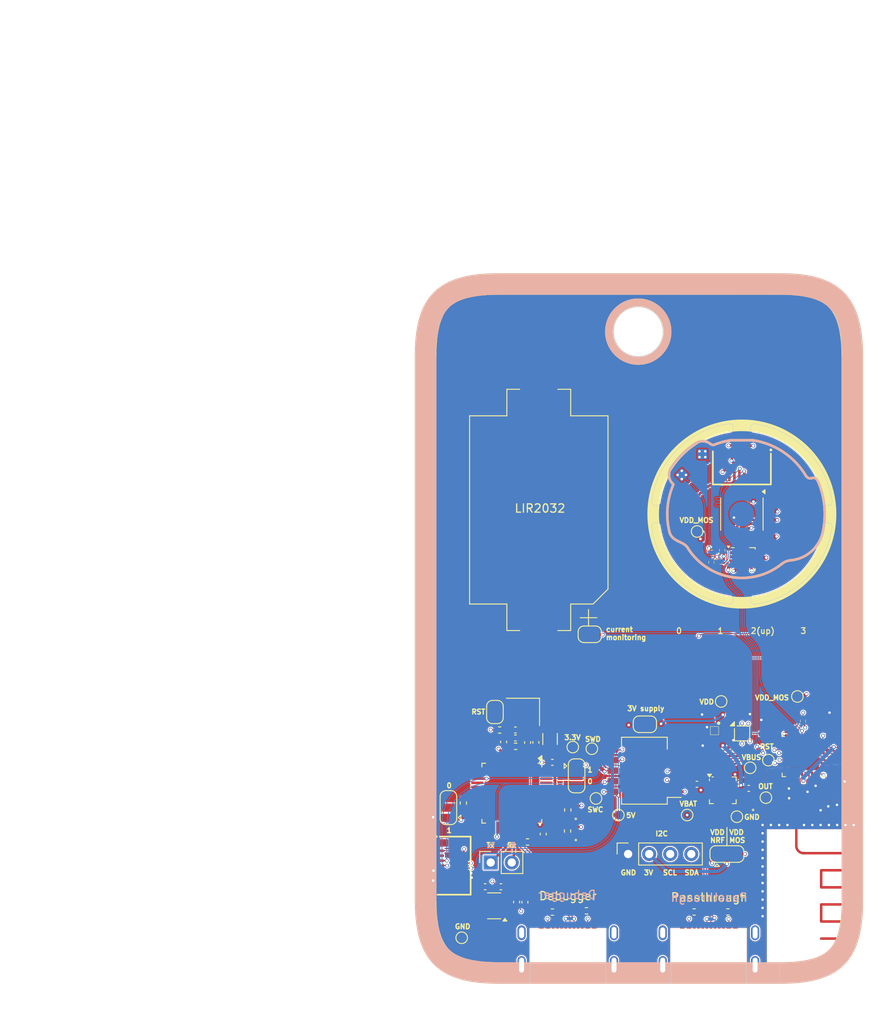
<source format=kicad_pcb>
(kicad_pcb (version 20240108) (generator "pcbnew") (generator_version "8.0")
  (layers (0 "F.Cu" signal) (1 "In1.Cu" signal) (2 "In2.Cu" signal) (31 "B.Cu" signal) (34 "B.Paste" user) (35 "F.Paste" user) (36 "B.SilkS" user "B.Silkscreen") (37 "F.SilkS" user "F.Silkscreen") (38 "B.Mask" user) (39 "F.Mask" user) (44 "Edge.Cuts" user))
  (net 0 "")
  (net 1 "VDD_nRF")
  (net 2 "GND")
  (net 3 "Net-(U2-P0.00{slash}XL1)")
  (net 4 "Net-(U2-P0.01{slash}XL2)")
  (net 5 "Net-(U2-DEC1)")
  (net 6 "VBUS")
  (net 7 "Net-(U2-DECUSB)")
  (net 8 "Net-(U2-DEC4)")
  (net 9 "1.8V")
  (net 10 "Net-(U2-DEC5)")
  (net 11 "Net-(U2-ANT)")
  (net 12 "Net-(U2-XC2)")
  (net 13 "Net-(U2-XC1)")
  (net 14 "Net-(U2-DEC3)")
  (net 15 "Net-(C19-Pad2)")
  (net 16 "MOS_VDD")
  (net 17 "OUT")
  (net 18 "vBAT")
  (net 19 "BLUE_LED")
  (net 20 "Net-(D1-K)")
  (net 21 "Net-(D2-K)")
  (net 22 "Net-(J1-Pin_1)")
  (net 23 "Net-(J2-Pin_1)")
  (net 25 "Net-(J3-CC1)")
  (net 27 "D+")
  (net 28 "D-")
  (net 30 "Net-(J3-CC2)")
  (net 32 "Net-(U2-DCC)")
  (net 33 "Net-(L1-Pad1)")
  (net 34 "antenna")
  (net 35 "MOS_EN")
  (net 36 "Net-(U1-BIN)")
  (net 37 "CE")
  (net 38 "Net-(U5-ILIM)")
  (net 39 "Net-(U5-ISET)")
  (net 40 "P0.15")
  (net 41 "Net-(U5-EN2)")
  (net 42 "P0.17")
  (net 43 "Net-(U5-~{CHG})")
  (net 44 "Net-(U5-EN1)")
  (net 45 "Net-(U11-CS)")
  (net 46 "Net-(U5-TS)")
  (net 47 "GPOUT")
  (net 48 "Batteryin")
  (net 49 "int1")
  (net 50 "P0.29")
  (net 51 "P0.30")
  (net 52 "P0.20")
  (net 55 "swc")
  (net 56 "P0.31")
  (net 57 "RESET")
  (net 58 "P0.28")
  (net 62 "swd")
  (net 73 "Net-(U12-PC14)")
  (net 74 "Net-(U12-PC15)")
  (net 75 "Net-(JP1-A)")
  (net 76 "5V")
  (net 77 "3.3V")
  (net 78 "/OSCIN")
  (net 79 "/OSCOUT")
  (net 80 "Net-(D3-K)")
  (net 81 "Net-(D4-K)")
  (net 82 "/USBDP2")
  (net 83 "/USBDM2")
  (net 84 "/A9")
  (net 85 "/A10")
  (net 87 "/USBDM")
  (net 89 "/USBDP")
  (net 90 "Net-(J5-CC2)")
  (net 92 "Net-(J5-CC1)")
  (net 94 "/BOOT1")
  (net 95 "/BOOT0")
  (net 96 "Net-(U12-BOOT0)")
  (net 97 "Net-(U12-PB2)")
  (net 98 "/PC13")
  (net 99 "/B14")
  (net 100 "/A5")
  (net 107 "3VB")
  (net 132 "Net-(BT1-+)")
  (net 134 "Net-(J6-Pin_2)")
  (footprint "Resistor_SMD:R_0402_1005Metric" (layer "F.Cu") (at 127.5 134.69 90)
    (property "Reference" "R19" (hide yes))
    (property "Value" "510Ω")
  )
  (footprint "Library:Capacitor_0402_1005M-nosilk" (layer "F.Cu") (at 152.45 102.65)
    (property "Reference" "C21" (hide yes))
    (property "Value" "1uF")
  )
  (footprint "Library:SMDButton" (layer "F.Cu") (at 150.9628 115)
    (property "Reference" "U8" (hide yes))
    (property "Value" "Button")
  )
  (footprint "Resistor_SMD:R_0402_1005Metric" (layer "F.Cu") (at 121.21 127.015)
    (property "Reference" "R20" (hide yes))
    (property "Value" "1M")
  )
  (footprint "Jumper:SolderJumper-3_P1.3mm_Open_RoundedPad1.0x1.5mm" (layer "F.Cu") (at 128.5625 130.575 -90)
    (property "Reference" "JP3" (hide yes))
    (property "Value" "Jumper_3_Open")
  )
  (footprint "Library:SMDButton" (layer "F.Cu") (at 155.9628 115)
    (property "Reference" "U6" (hide yes))
    (property "Value" "Button")
  )
  (footprint "Resistor_SMD:R_0402_1005Metric" (layer "F.Cu") (at 142.74 146.99)
    (property "Reference" "R13" (hide yes))
    (property "Value" "5.1K")
  )
  (footprint "TestPoint:TestPoint_Pad_D1.0mm" (layer "F.Cu") (at 133.6 135.3)
    (property "Reference" "TP3" (hide yes))
    (property "Value" "TestPoint")
  )
  (footprint "Jumper:SolderJumper-2_P1.3mm_Open_RoundedPad1.0x1.5mm" (layer "F.Cu") (at 118.71 122.875 90)
    (property "Reference" "JP1" (hide yes))
    (property "Value" "SolderJumper_2_Open")
  )
  (footprint "Resistor_SMD:R_0402_1005Metric" (layer "F.Cu") (at 125.65 147)
    (property "Reference" "R22" (hide yes))
    (property "Value" "5.1K")
  )
  (footprint "TestPoint:TestPoint_Pad_D1.0mm" (layer "F.Cu") (at 141.9 135.3)
    (property "Reference" "TP13" (hide yes))
    (property "Value" "TestPoint")
  )
  (footprint "Library:Resistor_0402_1005M-nosilk" (layer "F.Cu") (at 151.975 101.2 90)
    (property "Reference" "R6" (hide yes))
    (property "Value" "4.7K")
  )
  (footprint "Library:Resistor_0402_1005M-nosilk" (layer "F.Cu") (at 144.9 135.4 90)
    (property "Reference" "R7" (hide yes))
    (property "Value" "0Ω")
  )
  (footprint "Crystal:Crystal_SMD_3215-2Pin_3.2x1.5mm" (layer "F.Cu") (at 125.36 126.125 -90)
    (property "Reference" "Y1" (hide yes))
    (property "Value" "32.768KHZ")
  )
  (footprint "Capacitor_SMD:C_0402_1005Metric" (layer "F.Cu") (at 121.18 125.045)
    (property "Reference" "C34" (hide yes))
    (property "Value" "22pf")
  )
  (footprint "Capacitor_SMD:C_0402_1005Metric" (layer "F.Cu") (at 121.325 145.790001 -90)
    (property "Reference" "C29" (hide yes))
    (property "Value" "10uF")
  )
  (footprint "TestPoint:TestPoint_Pad_D1.0mm" (layer "F.Cu") (at 130.4 127.3)
    (property "Reference" "TP7" (hide yes))
    (property "Value" "TestPoint")
  )
  (footprint "Library:2.4GHz-meander-antenna" (layer "F.Cu") (at 155.95 139.9 90)
    (property "Reference" "Antenna" (hide yes))
    (property "Value" "2.4GHz-meander-antenna" (hide yes))
  )
  (footprint "Library:Resistor_0402_1005M-nosilk" (layer "F.Cu") (at 151.975 99.175 -90)
    (property "Reference" "R8" (hide yes))
    (property "Value" "4.7K")
  )
  (footprint "Library:Crystal_SMD_2016-4Pin_2.0x1.6mm" (layer "F.Cu") (at 157.12 133.05)
    (property "Reference" "X2" (hide yes))
    (property "Value" "32MHZ")
  )
  (footprint "Library:Resistor_0402_1005M-nosilk" (layer "F.Cu") (at 143.555 133.8125 -90)
    (property "Reference" "R3" (hide yes))
    (property "Value" "100K")
  )
  (footprint "Library:Pogo-pin-recepticle" (layer "F.Cu") (at 141.2499 94.2498)
    (property "Reference" "J2" (hide yes))
    (property "Value" "+")
  )
  (footprint "Capacitor_SMD:C_0402_1005Metric" (layer "F.Cu") (at 119.43 143.95 180)
    (property "Reference" "C33" (hide yes))
    (property "Value" "100nF")
  )
  (footprint "Library:Resistor_0402_1005M-nosilk" (layer "F.Cu") (at 146 135.4 90)
    (property "Reference" "R10" (hide yes))
    (property "Value" "0Ω")
  )
  (footprint "Library:Resistor_0402_1005M-nosilk" (layer "F.Cu") (at 150.76 103.77 90)
    (property "Reference" "R11" (hide yes))
    (property "Value" "10k")
  )
  (footprint "TestPoint:TestPoint_Pad_D1.0mm" (layer "F.Cu") (at 130.9 133.3)
    (property "Reference" "TP6" (hide yes))
    (property "Value" "TestPoint")
  )
  (footprint "Resistor_SMD:R_0402_1005Metric" (layer "F.Cu") (at 129.75 146.85 180)
    (property "Reference" "R21" (hide yes))
    (property "Value" "5.1K")
  )
  (footprint "LED_SMD:LED_0402_1005Metric" (layer "F.Cu") (at 128.47 137.225 90)
    (property "Reference" "D3" (hide yes))
    (property "Value" "BLUE")
  )
  (footprint "Library:Pogo-pin-recepticle" (layer "F.Cu") (at 143.7499 91.7498)
    (property "Reference" "J1" (hide yes))
    (property "Value" "-")
  )
  (footprint "Capacitor_SMD:C_0402_1005Metric" (layer "F.Cu") (at 119.76 126.485 -90)
    (property "Reference" "C27" (hide yes))
    (property "Value" "100nF")
  )
  (footprint "Library:Capacitor_0402_1005M-nosilk" (layer "F.Cu") (at 153.27 131.62 90)
    (property "Reference" "C14" (hide yes))
    (property "Value" "820pF")
  )
  (footprint "Package_DFN_QFN:VQFN-16-1EP_3x3mm_P0.5mm_EP1.6x1.6mm" (layer "F.Cu") (at 146.2 132.3125)
    (property "Reference" "U5" (hide yes))
    (property "Value" "BQ24075RGT")
  )
  (footprint "Library:Capacitor_0402_1005M-nosilk" (layer "F.Cu") (at 159.57 123.75 180)
    (property "Reference" "C11" (hide yes))
    (property "Value" "47nF")
  )
  (footprint "Jumper:SolderJumper-2_P1.3mm_Open_RoundedPad1.0x1.5mm" (layer "F.Cu") (at 136.800001 124.35)
    (property "Reference" "JP4" (hide yes))
    (property "Value" "Jumper_2_Open")
  )
  (footprint "Capacitor_SMD:C_0402_1005Metric" (layer "F.Cu") (at 122.325 145.810001 -90)
    (property "Reference" "C28" (hide yes))
    (property "Value" "100nF")
  )
  (footprint "Library:Mosfet0402" (layer "F.Cu") (at 144.8263 104.8075 -90)
    (property "Reference" "Q2" (hide yes))
    (property "Value" "NMOS-CSD17381F4")
  )
  (footprint "Button_Switch_SMD:SW_DIP_SPSTx05_Slide_KingTek_DSHP05TS_W7.62mm_P1.27mm" (layer "F.Cu") (at 136.74 129.95 180)
    (property "Reference" "SW1" (hide yes))
    (property "Value" "SW_DIP_x05")
  )
  (footprint "Library:Capacitor_0402_1005M-nosilk" (layer "F.Cu") (at 145.1 123.19 180)
    (property "Reference" "C23" (hide yes))
    (property "Value" "1uF")
  )
  (footprint "TestPoint:TestPoint_Pad_D1.0mm" (layer "F.Cu") (at 147.9 135.5)
    (property "Reference" "TP2" (hide yes))
    (property "Value" "TestPoint")
  )
  (footprint "LED_SMD:LED_0402_1005Metric" (layer "F.Cu") (at 159.635 130.25 180)
    (property "Reference" "D1" (hide yes))
    (property "Value" "BLUE")
  )
  (footprint "Package_TO_SOT_SMD:SOT-23-5" (layer "F.Cu") (at 118.6125 146.250001 180)
    (property "Reference" "U13" (hide yes))
    (property "Value" "AP2112K-3.3")
  )
  (footprint "Jumper:SolderJumper-3_P1.3mm_Bridged12_RoundedPad1.0x1.5mm" (layer "F.Cu") (at 146.7 140)
    (property "Reference" "JP6" (hide yes))
    (property "Value" "Jumper_3_Bridged12")
  )
  (footprint "Library:Capacitor_0402_1005M-nosilk" (layer "F.Cu") (at 151.975 97.25 90)
    (property "Reference" "C20" (hide yes))
    (property "Value" "100nF")
  )
  (footprint "Resistor_SMD:R_0402_1005Metric" (layer "F.Cu") (at 126.57 131.305 -90)
    (property "Reference" "R14" (hide yes))
    (property "Value" "10k")
  )
  (footprint "Library:Capacitor_0402_1005M-nosilk" (layer "F.Cu") (at 154.82 124.32 -90)
    (property "Reference" "C1" (hide yes))
    (property "Value" "4.7uF")
  )
  (footprint "Inductor_SMD:L_0402_1005Metric" (layer "F.Cu") (at 155.07 135.535 -90)
    (property "Reference" "L4" (hide yes))
    (property "Value" "2.2nH")
  )
  (footprint "Capacitor_SMD:C_0402_1005Metric" (layer "F.Cu") (at 143.08 131.5875)
    (property "Reference" "C25" (hide yes))
    (property "Value" "10uF")
  )
  (footprint "LED_SMD:LED_0402_1005Metric" (layer "F.Cu") (at 149.855 133.595001 90)
    (property "Reference" "D2" (hide yes))
    (property "Value" "LED")
  )
  (footprint "Library:Capacitor_0402_1005M-nosilk" (layer "F.Cu") (at 158.17 122.95 90)
    (property "Reference" "C2" (hide yes))
    (property "Value" "12pF")
  )
  (footprint "Crystal:Crystal_SMD_3225-4Pin_3.2x2.5mm" (layer "F.Cu") (at 122.09 122.865 180)
    (property "Reference" "Y2" (hide yes))
    (property "Value" "8Mhz")
  )
  (footprint "TestPoint:TestPoint_Pad_D1.0mm" (layer "F.Cu") (at 149.5 129.6)
    (property "Reference" "TP12" (hide yes))
    (property "Value" "TestPoint")
  )
  (footprint "Package_BGA:Texas_DSBGA-9_1.62mmx1.58mm_Layout3x3_P0.5mm" (layer "F.Cu") (at 148.525 125.45)
    (property "Reference" "U1" (hide yes))
    (property "Value" "~")
  )
  (footprint "Inductor_SMD:L_0402_1005Metric" (layer "F.Cu") (at 159.585 126.6 180)
    (property "Reference" "L1" (hide yes))
    (property "Value" "10uH")
  )
  (footprint "Jumper:SolderJumper-2_P1.3mm_Bridged_RoundedPad1.0x1.5mm" (layer "F.Cu") (at 130.15 113.5)
    (property "Reference" "JP5" (hide yes))
    (property "Value" "Jumper_2_Bridged")
  )
  (footprint "Library:Mosfet0402" (layer "F.Cu") (at 144.8763 103.6775)
    (property "Reference" "Q3" (hide yes))
    (property "Value" "NMOS-CSD17381F4")
  )
  (footprint "Library:Capacitor_0402_1005M-nosilk" (layer "F.Cu") (at 159.55 124.7)
    (property "Reference" "C5" (hide yes))
    (property "Value" "100nF")
  )
  (footprint "Library:QFN-40-1EP_5x5mm_P0.4mm_EP3.6x3.6mm" (layer "F.Cu") (at 155.97 128.05 -90)
    (property "Reference" "U2" (hide yes))
    (property "Value" "nrf52833_qfn40")
  )
  (footprint "Library:Resistor_0402_1005M-nosilk" (layer "F.Cu") (at 160.06 132.7 90)
    (property "Reference" "R2" (hide yes))
    (property "Value" "1.5k")
  )
  (footprint "Library:FPC" (layer "F.Cu") (at 148.4999 93.1798 180)
    (property "Reference" "U7" (hide yes))
    (property "Value" "Conn_01x14_Socket")
  )
  (footprint "Library:Resistor_0402_1005M-nosilk" (layer "F.Cu") (at 149.325 131.1125)
    (property "Reference" "R4" (hide yes))
    (property "Value" "1.1k")
  )
  (footprint "TestPoint:TestPoint_Pad_D1.0mm" (layer "F.Cu") (at 146 121.6)
    (property "Reference" "TP10" (hide yes))
    (property "Value" "TestPoint")
  )
  (footprint "Inductor_SMD:L_0402_1005Metric" (layer "F.Cu") (at 155.12 132.635 -90)
    (property "Reference" "L3" (hide yes))
    (property "Value" "4.7nH")
  )
  (footprint "Library:Mosfet0402" (layer "F.Cu") (at 145.9563 104.7175 180)
    (property "Reference" "Q5" (hide yes))
    (property "Value" "PMOS-CSD25483F4")
  )
  (footprint "Package_QFP:LQFP-48_7x7mm_P0.5mm" (layer "F.Cu") (at 120.75 132.6625 -90)
    (property "Reference" "U12" (hide yes))
    (property "Value" "STM32F103C8Tx")
  )
  (footprint "Capacitor_SMD:C_0402_1005Metric" (layer "F.Cu") (at 149.33 132.0875)
    (property "Reference" "C26" (hide yes))
    (property "Value" "10uF")
  )
  (footprint "TestPoint:TestPoint_Pad_D1.0mm" (layer "F.Cu") (at 114.7 150.1)
    (property "Reference" "TP4" (hide yes))
    (property "Value" "TestPoint")
  )
  (footprint "Library:Resistor_0402_1005M-nosilk" (layer "F.Cu") (at 143.53 130.1125 90)
    (property "Reference" "TH1" (hide yes))
    (property "Value" "10K")
  )
  (footprint "Library:Capacitor_0402_1005M-nosilk" (layer "F.Cu") (at 153.82 124.35 90)
    (property "Reference" "C6" (hide yes))
    (property "Value" "4.7uF")
  )
  (footprint "Resistor_SMD:R_0402_1005Metric" (layer "F.Cu") (at 114.9 133.855 90)
    (property "Reference" "R15" (hide yes))
    (property "Value" "10k")
  )
  (footprint "Capacitor_SMD:C_0402_1005Metric" (layer "F.Cu") (at 117.53 143.95)
    (property "Reference" "C32" (hide yes))
    (property "Value" "10uF")
  )
  (footprint "Capacitor_SMD:C_0402_1005Metric" (layer "F.Cu") (at 124.54 137.595 90)
    (property "Reference" "C30" (hide yes))
    (property "Value" "100nF")
  )
  (footprint "Library:Mosfet0402" (layer "F.Cu") (at 146.1263 103.3553 90)
    (property "Reference" "Q4" (hide yes))
    (property "Value" "PMOS-CSD25483F4")
  )
  (footprint "Resistor_SMD:R_0402_1005Metric" (layer "F.Cu") (at 146.81 146.99 180)
    (property "Reference" "R12" (hide yes))
    (property "Value" "5.1K")
  )
  (footprint "Library:SOIC-8-1EP_3.9x4.9mm_P1.27mm_EP2.514x3.2mm" (layer "F.Cu") (at 148.4999 98.9998 -90)
    (property "Reference" "U3" (hide yes))
    (property "Value" "AS5600")
  )
  (footprint "Library:Resistor_0402_1005M-nosilk" (layer "F.Cu") (at 148.2 123.15 180)
    (property "Reference" "R1" (hide yes))
    (property "Value" "10k")
  )
  (footprint "TestPoint:TestPoint_Pad_D1.0mm" (layer "F.Cu") (at 151.4 133.2)
    (property "Reference" "TP8" (hide yes))
    (property "Value" "TestPoint")
  )
  (footprint "Library:Capacitor_0402_1005M-nosilk" (layer "F.Cu") (at 154.65 131.225)
    (property "Reference" "C15" (hide yes))
    (property "Value" "1pF")
  )
  (footprint "Library:SMDButton" (layer "F.Cu") (at 145.9628 115)
    (property "Reference" "U9" (hide yes))
    (property "Value" "Button")
  )
  (footprint "Library:Capacitor_0402_1005M-nosilk" (layer "F.Cu") (at 156.87 122.95 90)
    (property "Reference" "C3" (hide yes))
    (property "Value" "12pF")
  )
  (footprint "TestPoint:TestPoint_Pad_D1.0mm" (layer "F.Cu") (at 143.1 101.1)
    (property "Reference" "TP9" (hide yes))
    (property "Value" "TestPoint")
  )
  (footprint "TestPoint:TestPoint_Pad_D1.0mm" (layer "F.Cu") (at 151.7 128.675)
    (property "Reference" "TP1" (hide yes))
    (property "Value" "TestPoint")
  )
  (footprint "Library:SMDButton" (layer "F.Cu") (at 140.9628 115)
    (property "Reference" "U10" (hide yes))
    (property "Value" "Button")
  )
  (footprint "Library:Capacitor_0402_1005M-nosilk" (layer "F.Cu") (at 146.955 129.6625 180)
    (property "Reference" "C24" (hide yes))
    (property "Value" "1uF")
  )
  (footprint "Connector_PinSocket_2.54mm:PinSocket_1x04_P2.54mm_Vertical" (layer "F.Cu") (at 134.78 140 90)
    (property "Reference" "J6" (hide yes))
    (property "Value" "Conn_01x04_Socket")
  )
  (footprint "Library:Resistor_0402_1005M-nosilk" (layer "F.Cu") (at 145.005 129.6375 180)
    (property "Reference" "R5" (hide yes))
    (property "Value" "590")
  )
  (footprint "Capacitor_SMD:C_0402_1005Metric" (layer "F.Cu") (at 125.64 128.945 180)
    (property "Reference" "C31" (hide yes))
    (property "Value" "100nF")
  )
  (footprint "Resistor_SMD:R_0402_1005Metric" (layer "F.Cu") (at 119.28 125.045)
    (property "Reference" "R16" (hide yes))
    (property "Value" "10k")
  )
  (footprint "Connector_PinSocket_2.54mm:PinSocket_1x02_P2.54mm_Vertical" (layer "F.Cu") (at 118.2 141.025 90)
    (property "Reference" "J4" (hide yes))
    (property "Value" "Conn_01x02_Pin")
  )
  (footprint "Library:Capacitor_0402_1005M-nosilk" (layer "F.Cu") (at 159.02 133 90)
    (property "Reference" "C16" (hide yes))
    (property "Value" "12pF")
  )
  (footprint "Jumper:SolderJumper-3_P1.3mm_Open_RoundedPad1.0x1.5mm" (layer "F.Cu") (at 113.1 134.405 90)
    (property "Reference" "JP2" (hide yes))
    (property "Value" "Jumper_3_Open")
  )
  (footprint "Library:Resistor_0402_1005M-nosilk" (layer "F.Cu") (at 148.875 133.5625 -90)
    (property "Reference" "R9" (hide yes))
    (property "Value" "1.5k")
  )
  (footprint "LED_SMD:LED_0402_1005Metric" (layer "F.Cu") (at 128.46 134.675 90)
    (property "Reference" "D4" (hide yes))
    (property "Value" "White")
  )
  (footprint "Capacitor_SMD:C_0402_1005Metric" (layer "F.Cu") (at 121.18 126.005)
    (property "Reference" "C35" (hide yes))
    (property "Value" "22pf")
  )
  (footprint "Library:Capacitor_0402_1005M-nosilk" (layer "F.Cu") (at 152.77 125.6 -90)
    (property "Reference" "C8" (hide yes))
    (property "Value" "4.7uF")
  )
  (footprint "Library:Capacitor_0402_1005M-nosilk" (layer "F.Cu") (at 159.37 131.25)
    (property "Reference" "C13" (hide yes))
    (property "Value" "100nF")
  )
  (footprint "Library:USB-C_C168688" (layer "F.Cu") (at 144.5247 155.6 180)
    (property "Reference" "J3" (hide yes))
    (property "Value" "USB_C_Receptacle_USB2.0")
  )
  (footprint "Library:Resistor_0402_1005M-nosilk" (layer "F.Cu") (at 153.94 122.3)
    (property "Reference" "R23")
    (property "Value" "2M")
  )
  (footprint "Capacitor_SMD:C_0402_1005Metric" (layer "F.Cu") (at 123.65 126.535 -90)
    (property "Reference" "C4" (hide yes))
    (property "Value" "12pF")
  )
  (footprint "Battery:BatteryHolder_Keystone_1060_1x2032" (layer "F.Cu") (at 124 98.5 90)
    (property "Reference" "BT1" (hide yes))
    (property "Value" "Battery_Cell")
  )
  (footprint "Library:Capacitor_0402_1005M-nosilk" (layer "F.Cu") (at 150.85 125.025 90)
    (property "Reference" "C12" (hide yes))
    (property "Value" "2.2uF")
  )
  (footprint "Library:Crystal_SMD_2012-2Pin_2.0x1.2mm" (layer "F.Cu") (at 157.52 124.6 180)
    (property "Reference" "X1" (hide yes))
    (property "Value" "32.768 kHz")
  )
  (footprint "Package_LGA:LGA-14_3x2.5mm_P0.5mm_LayoutBorder3x4y" (layer "F.Cu") (at 148.5 104.4125)
    (property "Reference" "U11" (hide yes))
    (property "Value" "LSM6DSO")
  )
  (footprint "Library:Capacitor_0402_1005M-nosilk" (layer "F.Cu") (at 159.57 125.65)
    (property "Reference" "C7" (hide yes))
    (property "Value" "1uF")
  )
  (footprint "TestPoint:TestPoint_Pad_D1.0mm" (layer "F.Cu") (at 155.2 121)
    (property "Reference" "TP11" (hide yes))
    (property "Value" "TestPoint")
  )
  (footprint "Library:Capacitor_0402_1005M-nosilk" (layer "F.Cu") (at 145.075 126.865 180)
    (property "Reference" "C22" (hide yes))
    (property "Value" "1uF")
  )
  (footprint "Library:Mosfet0402" (layer "F.Cu") (at 155.875 123.95 90)
    (property "Reference" "Q1" (hide yes))
    (property "Value" "PMOS-CSD25483F4")
  )
  (footprint "Capacitor_SMD:C_0402_1005Metric" (layer "F.Cu") (at 122.65 126.555 90)
    (property "Reference" "C10" (hide yes))
    (property "Value" "12pF")
  )
  (footprint "Resistor_SMD:R_0402_1005Metric" (layer "F.Cu") (at 127.47 137.23 90)
    (property "Reference" "R18" (hide yes))
    (property "Value" "510Ω")
  )
  (footprint "Library:TDFN-4" (layer "F.Cu") (at 145.2 125.125 90)
    (property "Reference" "U4" (hide yes))
    (property "Value" "MIC5504")
  )
  (footprint "TestPoint:TestPoint_Pad_D1.0mm" (layer "F.Cu") (at 128.1 127.1)
    (property "Reference" "TP5" (hide yes))
    (property "Value" "TestPoint")
  )
  (footprint "Library:Capacitor_0402_1005M-nosilk" (layer "F.Cu") (at 154.67 134.075)
    (property "Reference" "C19" (hide yes))
    (property "Value" "1.2pF")
  )
  (footprint "Resistor_SMD:R_0402_1005Metric" (layer "F.Cu") (at 122.64 138.545 180)
    (property "Reference" "R17" (hide yes))
    (property "Value" "1.5K")
  )
  (footprint "Library:USB-C_C168688" (layer "F.Cu") (at 127.5 155.6 180)
    (property "Reference" "J5" (hide yes))
    (property "Value" "USB_C_Receptacle_USB2.0")
  )
  (footprint "Library:Capacitor_0402_1005M-nosilk" (layer "F.Cu") (at 157.025 131.25 180)
    (property "Reference" "C18" (hide yes))
    (property "Value" "100pF")
  )
  (footprint "Library:Capacitor_0402_1005M-nosilk" (layer "F.Cu") (at 156.71 134.86 180)
    (property "Reference" "C17" (hide yes))
    (property "Value" "12pF")
  )
  (footprint "Inductor_SMD:L_0402_1005Metric" (layer "F.Cu") (at 161.02 126.15 -90)
    (property "Reference" "L2" (hide yes))
    (property "Value" "15nH")
  )
  (footprint "Library:Capacitor_0402_1005M-nosilk" (layer "F.Cu") (at 160.97 124.25 90)
    (property "Reference" "C9" (hide yes))
    (property "Value" "1uF")
  )
  (footprint "Library:FPC" (layer "F.Cu") (at 113.53 141.4025 -90)
    (property "Reference" "U14" (hide yes))
    (property "Value" "Conn_01x14_Socket")
  )
  (footprint "Library:16mmCompButton" (layer "B.Cu") (at 148.5 99 180)
    (property "Reference" "SW2" (hide yes))
    (property "Value" "SW_Push")
  )
  (gr_poly (pts (xy 144.2484 91.242338) (xy 143.238399 91.242338) (xy 143.2384 92.292339) (xy 144.2484 92.292338)) (stroke (width 0.2)) (fill solid) (layer "B.Cu") (net 22))
  (gr_poly (pts (xy 141.989326 94.258978) (xy 141.275148 93.5448) (xy 140.532686 94.287263) (xy 141.246864 95.00144)) (stroke (width 0.2)) (fill solid) (layer "B.Cu") (net 23))
  (gr_curve (pts (xy 141.969732 103.083466) (xy 141.935955 103.029453) (xy 141.899663 102.978334) (xy 141.860859 102.930111)) (stroke (width 0.3)) (layer "B.SilkS"))
  (gr_line (start 153.024124 155.6) (end 119.092218 155.6) (stroke (width 0.1)) (layer "B.SilkS"))
  (gr_curve (pts (xy 114.481879 152.40786) (xy 113.645944 152.055534) (xy 113.153528 151.648301) (xy 112.73235 151.034276)) (stroke (width 0.1)) (layer "B.SilkS"))
  (gr_arc (start 149.809292 90.095566) (mid 153.458844 91.489215) (end 156.174064 94.297963) (stroke (width 0.3)) (layer "B.SilkS"))
  (gr_curve (pts (xy 156.232649 94.388753) (xy 156.417663 94.634533) (xy 156.559167 94.728516) (xy 156.904557 94.663615)) (stroke (width 0.3)) (layer "B.SilkS"))
  (gr_curve (pts (xy 119.092218 153.1) (xy 117.005607 153.1) (xy 115.482193 152.829467) (xy 114.481879 152.40786)) (stroke (width 0.1)) (layer "B.SilkS"))
  (gr_curve (pts (xy 109.1 79.992217) (xy 109.058376 72.747862) (xy 111.84785 70) (xy 119.092218 70)) (stroke (width 0.1)) (layer "B.SilkS"))
  (gr_curve (pts (xy 159.894167 150.259535) (xy 159.547297 151.087087) (xy 159.148783 151.570347) (xy 158.551119 151.983196)) (stroke (width 0.1)) (layer "B.SilkS"))
  (gr_arc (start 142.914754 90.464801) (mid 143.831505 90.213304) (end 144.722667 90.544231) (stroke (width 0.3)) (layer "B.SilkS"))
  (gr_curve (pts (xy 156.904557 94.663615) (xy 157.283254 94.591405) (xy 157.482486 94.616609) (xy 157.7041 95.0905)) (stroke (width 0.3)) (layer "B.SilkS"))
  (gr_poly (pts (xy 119.092218 69.999999) (xy 117.922785 70.014962) (xy 117.12114 70.0889) (xy 115.935482 70.225102) (xy 114.362139 70.571444) (xy 113.218946 71.013224) (xy 112.37493 71.468528) (xy 111.665078 72.043191) (xy 111.275157 72.42285) (xy 110.782626 73.043645) (xy 110.28045 73.807709) (xy 110.008533 74.366937) (xy 109.839224 74.915904) (xy 109.639133 75.46487) (xy 109.43888 76.257153) (xy 109.320876 76.939513) (xy 109.199344 77.945354) (xy 109.1 79.992217) (xy 111.6 79.992217) (xy 111.660829 78.232833) (xy 112.024299 76.131462) (xy 112.580378 74.756899) (xy 113.330237 73.880199) (xy 114.018131 73.409205) (xy 115.089961 72.982847) (xy 116.554326 72.660635) (xy 118.521048 72.50075) (xy 119.092218 72.499999)) (fill solid) (layer "B.SilkS"))
  (gr_curve (pts (xy 154.524835 104.564215) (xy 153.968887 104.612362) (xy 153.686045 104.715622) (xy 153.231475 105.076951)) (stroke (width 0.3)) (layer "B.SilkS"))
  (gr_line (start 160.58 79.936324) (end 160.580001 145.670235) (stroke (width 0.1)) (layer "B.SilkS"))
  (gr_curve (pts (xy 140.049015 95.228488) (xy 140.055722 95.236912) (xy 140.063358 95.245274) (xy 140.071923 95.253574)) (stroke (width 0.3)) (layer "B.SilkS"))
  (gr_poly (pts (xy 153.024124 155.6) (xy 153.024124 153.1) (xy 119.092218 153.1) (xy 119.092218 155.6)) (fill solid) (layer "B.SilkS"))
  (gr_curve (pts (xy 163.08 145.671849) (xy 163.075323 152.916323) (xy 160.309967 155.646567) (xy 153.024124 155.6)) (stroke (width 0.1)) (layer "B.SilkS"))
  (gr_arc (start 157.7041 95.0905) (mid 158.458065 98.085984) (end 158.261875 101.16866) (stroke (width 0.3)) (layer "B.SilkS"))
  (gr_poly (pts (xy 109.1 145.607782) (xy 111.6 145.607782) (xy 111.599959 79.977853) (xy 109.1 79.992217)) (fill solid) (layer "B.SilkS"))
  (gr_curve (pts (xy 119.092218 155.6) (xy 111.8895 155.6) (xy 109.1 152.852137) (xy 109.1 145.607782)) (stroke (width 0.1)) (layer "B.SilkS"))
  (gr_poly (pts (xy 163.080001 145.670235) (xy 163.065039 146.839668) (xy 162.9911 147.641313) (xy 162.854899 148.826971) (xy 162.508556 150.400313) (xy 162.066776 151.543507) (xy 161.611472 152.387523) (xy 161.036809 153.097375) (xy 160.65715 153.487296) (xy 160.036355 153.979827) (xy 159.272291 154.482002) (xy 158.713063 154.75392) (xy 158.164096 154.923229) (xy 157.61513 155.12332) (xy 156.822847 155.323573) (xy 156.144904 155.417692) (xy 155.094196 155.528859) (xy 153.024124 155.6) (xy 153.040102 153.100051) (xy 154.850726 153.03795) (xy 156.942169 152.713163) (xy 158.323101 152.182075) (xy 159.199801 151.432216) (xy 159.670795 150.744322) (xy 160.097153 149.672492) (xy 160.419365 148.208127) (xy 160.57925 146.241405) (xy 160.580001 145.670235)) (fill solid) (layer "B.SilkS"))
  (gr_arc (start 140.049015 95.228488) (mid 139.713541 94.335178) (end 139.964903 93.414654) (stroke (width 0.3)) (layer "B.SilkS"))
  (gr_curve (pts (xy 112.266552 75.380395) (xy 112.613557 74.548107) (xy 113.015729 74.059611) (xy 113.622565 73.640585)) (stroke (width 0.1)) (layer "B.SilkS"))
  (gr_line (start 163.08 79.92815) (end 163.08 145.671849) (stroke (width 0.1)) (layer "B.SilkS"))
  (gr_curve (pts (xy 144.722662 90.544228) (xy 144.860929 90.651491) (xy 145.015344 90.70348) (xy 145.161771 90.641763)) (stroke (width 0.3)) (layer "B.SilkS"))
  (gr_curve (pts (xy 140.071923 95.253574) (xy 140.104905 95.296029) (xy 140.271672 95.362736) (xy 140.219547 95.473387)) (stroke (width 0.3)) (layer "B.SilkS"))
  (gr_line (start 147.190515 90.095566) (end 149.809292 90.095566) (stroke (width 0.3)) (layer "B.SilkS"))
  (gr_line (start 109.1 145.607782) (end 109.1 79.992217) (stroke (width 0.1)) (layer "B.SilkS"))
  (gr_circle (center 136 77) (end 139.5 77) (stroke (width 1)) (fill none) (layer "B.SilkS"))
  (gr_poly (pts (xy 163.079767 80.123389) (xy 163.064805 78.79028) (xy 162.990866 77.988635) (xy 162.854665 76.802977) (xy 162.508322 75.229634) (xy 162.066542 74.086441) (xy 161.611238 73.242425) (xy 161.036575 72.532573) (xy 160.656916 72.142652) (xy 160.036121 71.650121) (xy 159.272056 71.147945) (xy 158.712829 70.876028) (xy 158.163862 70.706719) (xy 157.614896 70.506628) (xy 156.822613 70.306375) (xy 156.140253 70.188371) (xy 155.134412 70.066839) (xy 153.087549 69.967495) (xy 153.087549 72.467495) (xy 154.846933 72.528324) (xy 156.948303 72.891794) (xy 158.322867 73.447873) (xy 159.199567 74.197732) (xy 159.670561 74.885626) (xy 160.096919 75.957456) (xy 160.419131 77.421821) (xy 160.579016 79.388543) (xy 160.579768 80.078059)) (fill solid) (layer "B.SilkS"))
  (gr_arc (start 153.231475 105.076951) (mid 147.15743 106.583815) (end 141.969732 103.083466) (stroke (width 0.3)) (layer "B.SilkS"))
  (gr_arc (start 145.161771 90.641763) (mid 146.160152 90.309269) (end 147.190515 90.095566) (stroke (width 0.3)) (layer "B.SilkS"))
  (gr_curve (pts (xy 116.963191 72.604986) (xy 117.594694 72.535884) (xy 118.304925 72.5) (xy 119.092218 72.5)) (stroke (width 0.1)) (layer "B.SilkS"))
  (gr_curve (pts (xy 153.032113 72.5) (xy 153.034776 72.499983) (xy 153.037439 72.499966) (xy 153.040102 72.499949)) (stroke (width 0.1)) (layer "B.SilkS"))
  (gr_curve (pts (xy 139.734469 101.041178) (xy 139.883056 101.764575) (xy 140.371307 102.047458) (xy 140.808429 102.271593)) (stroke (width 0.3)) (layer "B.SilkS"))
  (gr_line (start 119.092218 70) (end 153.024124 70) (stroke (width 0.1)) (layer "B.SilkS"))
  (gr_line (start 119.092218 72.5) (end 153.032113 72.5) (stroke (width 0.1)) (layer "B.SilkS"))
  (gr_curve (pts (xy 113.622565 73.640585) (xy 114.313708 73.163345) (xy 115.367349 72.779611) (xy 116.963191 72.604986)) (stroke (width 0.1)) (layer "B.SilkS"))
  (gr_curve (pts (xy 155.268871 152.999507) (xy 154.612505 153.070776) (xy 153.868992 153.105348) (xy 153.040102 153.100051)) (stroke (width 0.1)) (layer "B.SilkS"))
  (gr_arc (start 139.734469 101.041178) (mid 139.53387 98.218675) (end 140.219547 95.473387) (stroke (width 0.3)) (layer "B.SilkS"))
  (gr_poly (pts (xy 109.1 145.607782) (xy 109.114963 146.777215) (xy 109.188901 147.57886) (xy 109.325103 148.764518) (xy 109.671445 150.33786) (xy 110.113225 151.481054) (xy 110.568529 152.32507) (xy 111.143192 153.034922) (xy 111.522851 153.424843) (xy 112.143646 153.917374) (xy 112.90771 154.41955) (xy 113.466938 154.691468) (xy 114.015905 154.860776) (xy 114.564871 155.060867) (xy 115.357154 155.261121) (xy 116.039514 155.379124) (xy 117.045355 155.500656) (xy 119.092218 155.6) (xy 119.092218 153.1) (xy 117.332834 153.039171) (xy 115.231463 152.6757) (xy 113.8569 152.119622) (xy 112.9802 151.369763) (xy 112.509206 150.681869) (xy 112.082848 149.610039) (xy 111.760636 148.145674) (xy 111.600751 146.178952) (xy 111.6 145.607782)) (fill solid) (layer "B.SilkS"))
  (gr_curve (pts (xy 153.040102 72.499949) (xy 155.126669 72.486612) (xy 156.651781 72.747401) (xy 157.654769 73.162605)) (stroke (width 0.1)) (layer "B.SilkS"))
  (gr_curve (pts (xy 153.024124 70) (xy 160.226695 69.953965) (xy 163.033699 72.68393) (xy 163.08 79.92815)) (stroke (width 0.1)) (layer "B.SilkS"))
  (gr_curve (pts (xy 141.860859 102.930111) (xy 141.603347 102.623675) (xy 141.210142 102.468296) (xy 140.808429 102.271593)) (stroke (width 0.3)) (layer "B.SilkS"))
  (gr_curve (pts (xy 157.654769 73.162605) (xy 158.492938 73.50958) (xy 158.987946 73.913654) (xy 159.413039 74.524972)) (stroke (width 0.1)) (layer "B.SilkS"))
  (gr_arc (start 139.964903 93.414654) (mid 141.28741 91.787309) (end 142.914754 90.464801) (stroke (width 0.3)) (layer "B.SilkS"))
  (gr_poly (pts (xy 160.580001 145.670235) (xy 163.080001 145.670235) (xy 163.07996 80.040306) (xy 160.580001 80.05467)) (fill solid) (layer "B.SilkS"))
  (gr_arc (start 158.261876 101.16866) (mid 156.932156 103.459427) (end 154.524832 104.564216) (stroke (width 0.3)) (layer "B.SilkS"))
  (gr_poly (pts (xy 153.087549 72.467495) (xy 153.087549 69.967495) (xy 119.077854 70.00004) (xy 119.092218 72.499999)) (fill solid) (layer "B.SilkS"))
  (gr_line (start 111.6 145.607782) (end 111.6 79.985035) (stroke (width 0.1)) (layer "B.SilkS"))
  (gr_curve (pts (xy 158.551119 151.983196) (xy 157.872614 152.451887) (xy 156.840313 152.828877) (xy 155.268871 152.999507)) (stroke (width 0.1)) (layer "B.SilkS"))
  (gr_curve (pts (xy 156.174064 94.297963) (xy 156.19296 94.328805) (xy 156.212488 94.35907) (xy 156.232649 94.388753)) (stroke (width 0.3)) (layer "B.SilkS"))
  (gr_line (start 153.032113 153.1) (end 119.092218 153.1) (stroke (width 0.1)) (layer "B.SilkS"))
  (gr_curve (pts (xy 153.040102 153.100051) (xy 153.037439 153.100034) (xy 153.034776 153.100017) (xy 153.032113 153.1)) (stroke (width 0.1)) (layer "B.SilkS"))
  (gr_curve (pts (xy 160.467976 77.88746) (xy 160.536741 78.49751) (xy 160.574943 79.180874) (xy 160.58 79.936324)) (stroke (width 0.1)) (layer "F.SilkS"))
  (gr_curve (pts (xy 116.963191 72.604986) (xy 117.594694 72.535884) (xy 118.304925 72.5) (xy 119.092218 72.5)) (stroke (width 0.1)) (layer "F.SilkS"))
  (gr_line (start 163.08 79.92815) (end 163.08 145.671849) (stroke (width 0.1)) (layer "F.SilkS"))
  (gr_arc (start 158.261876 101.16886) (mid 156.93217 103.459642) (end 154.524832 104.564416) (stroke (width 0.3)) (layer "F.SilkS"))
  (gr_arc (start 149.809292 90.095766) (mid 153.45884 91.489421) (end 156.174064 94.298163) (stroke (width 0.3)) (layer "F.SilkS"))
  (gr_line (start 160.58 79.936324) (end 160.580001 145.670235) (stroke (width 0.1)) (layer "F.SilkS"))
  (gr_curve (pts (xy 154.524835 104.564415) (xy 153.968887 104.612562) (xy 153.686045 104.715822) (xy 153.231475 105.077151)) (stroke (width 0.3)) (layer "F.SilkS"))
  (gr_curve (pts (xy 112.73235 151.034276) (xy 112.253595 150.33631) (xy 111.869918 149.27445) (xy 111.698926 147.665094)) (stroke (width 0.1)) (layer "F.SilkS"))
  (gr_poly (pts (xy 109.1 145.607782) (xy 109.114963 146.777215) (xy 109.188901 147.57886) (xy 109.325103 148.764518) (xy 109.671445 150.33786) (xy 110.113225 151.481054) (xy 110.568529 152.32507) (xy 111.143192 153.034922) (xy 111.522851 153.424843) (xy 112.143646 153.917374) (xy 112.90771 154.41955) (xy 113.466938 154.691468) (xy 114.015905 154.860776) (xy 114.564871 155.060867) (xy 115.357154 155.261121) (xy 116.039514 155.379124) (xy 117.045355 155.500656) (xy 119.092218 155.6) (xy 119.092218 153.1) (xy 117.332834 153.039171) (xy 115.231463 152.6757) (xy 113.8569 152.119622) (xy 112.9802 151.369763) (xy 112.509206 150.681869) (xy 112.082848 149.610039) (xy 111.760636 148.145674) (xy 111.600751 146.178952) (xy 111.6 145.607782)) (fill solid) (layer "F.SilkS"))
  (gr_poly (pts (xy 119.092218 69.999999) (xy 117.922785 70.014962) (xy 117.12114 70.0889) (xy 115.935482 70.225102) (xy 114.362139 70.571444) (xy 113.218946 71.013224) (xy 112.37493 71.468528) (xy 111.665078 72.043191) (xy 111.275157 72.42285) (xy 110.782626 73.043645) (xy 110.28045 73.807709) (xy 110.008533 74.366937) (xy 109.839224 74.915904) (xy 109.639133 75.46487) (xy 109.43888 76.257153) (xy 109.320876 76.939513) (xy 109.199344 77.945354) (xy 109.1 79.992217) (xy 111.6 79.992217) (xy 111.660829 78.232833) (xy 112.024299 76.131462) (xy 112.580378 74.756899) (xy 113.330237 73.880199) (xy 114.018131 73.409205) (xy 115.089961 72.982847) (xy 116.554326 72.660635) (xy 118.521048 72.50075) (xy 119.092218 72.499999)) (fill solid) (layer "F.SilkS"))
  (gr_line (start 153.024124 155.6) (end 119.092218 155.6) (stroke (width 0.1)) (layer "F.SilkS"))
  (gr_curve (pts (xy 157.654769 73.162605) (xy 158.492938 73.50958) (xy 158.987946 73.913654) (xy 159.413039 74.524972)) (stroke (width 0.1)) (layer "F.SilkS"))
  (gr_line (start 153.032113 153.1) (end 119.092218 153.1) (stroke (width 0.1)) (layer "F.SilkS"))
  (gr_circle (center 148.5 99) (end 159.2 99) (stroke (width 1.4)) (fill none) (layer "F.SilkS"))
  (gr_curve (pts (xy 153.032113 72.5) (xy 153.034776 72.499983) (xy 153.037439 72.499966) (xy 153.040102 72.499949)) (stroke (width 0.1)) (layer "F.SilkS"))
  (gr_arc (start 157.7041 95.0907) (mid 158.458063 98.086184) (end 158.261875 101.16886) (stroke (width 0.3)) (layer "F.SilkS"))
  (gr_line (start 111.6 145.607782) (end 111.6 79.985035) (stroke (width 0.1)) (layer "F.SilkS"))
  (gr_curve (pts (xy 114.481879 152.40786) (xy 113.645944 152.055534) (xy 113.153528 151.648301) (xy 112.73235 151.034276)) (stroke (width 0.1)) (layer "F.SilkS"))
  (gr_curve (pts (xy 113.622565 73.640585) (xy 114.313708 73.163345) (xy 115.367349 72.779611) (xy 116.963191 72.604986)) (stroke (width 0.1)) (layer "F.SilkS"))
  (gr_curve (pts (xy 156.232649 94.388953) (xy 156.417663 94.634733) (xy 156.559167 94.728716) (xy 156.904557 94.663815)) (stroke (width 0.3)) (layer "F.SilkS"))
  (gr_circle (center 136 77) (end 139.5 77) (stroke (width 1)) (fill none) (layer "F.SilkS"))
  (gr_arc (start 142.914754 90.465001) (mid 143.831506 90.213484) (end 144.722667 90.544431) (stroke (width 0.3)) (layer "F.SilkS"))
  (gr_curve (pts (xy 153.040102 153.100051) (xy 153.037439 153.100034) (xy 153.034776 153.100017) (xy 153.032113 153.1)) (stroke (width 0.1)) (layer "F.SilkS"))
  (gr_arc (start 139.734469 101.041378) (mid 139.533864 98.218875) (end 140.219547 95.473587) (stroke (width 0.3)) (layer "F.SilkS"))
  (gr_poly (pts (xy 163.080001 145.670235) (xy 163.065039 146.839668) (xy 162.9911 147.641313) (xy 162.854899 148.826971) (xy 162.508556 150.400313) (xy 162.066776 151.543507) (xy 161.611472 152.387523) (xy 161.036809 153.097375) (xy 160.65715 153.487296) (xy 160.036355 153.979827) (xy 159.272291 154.482002) (xy 158.713063 154.75392) (xy 158.164096 154.923229) (xy 157.61513 155.12332) (xy 156.822847 155.323573) (xy 156.144904 155.417692) (xy 155.094196 155.528859) (xy 153.024124 155.6) (xy 153.040102 153.100051) (xy 154.850726 153.03795) (xy 156.942169 152.713163) (xy 158.323101 152.182075) (xy 159.199801 151.432216) (xy 159.670795 150.744322) (xy 160.097153 149.672492) (xy 160.419365 148.208127) (xy 160.57925 146.241405) (xy 160.580001 145.670235)) (fill solid) (layer "F.SilkS"))
  (gr_curve (pts (xy 160.580001 145.670235) (xy 160.578658 147.750787) (xy 160.310053 149.267326) (xy 159.894167 150.259535)) (stroke (width 0.1)) (layer "F.SilkS"))
  (gr_poly (pts (xy 109.1 145.607782) (xy 111.6 145.607782) (xy 111.599959 79.977853) (xy 109.1 79.992217)) (fill solid) (layer "F.SilkS"))
  (gr_arc (start 139.964903 93.414854) (mid 141.28741 91.787509) (end 142.914754 90.465001) (stroke (width 0.3)) (layer "F.SilkS"))
  (gr_curve (pts (xy 159.894167 150.259535) (xy 159.547297 151.087087) (xy 159.148783 151.570347) (xy 158.551119 151.983196)) (stroke (width 0.1)) (layer "F.SilkS"))
  (gr_curve (pts (xy 111.698926 147.665094) (xy 111.63384 147.052523) (xy 111.6 146.366333) (xy 111.6 145.607782)) (stroke (width 0.1)) (layer "F.SilkS"))
  (gr_curve (pts (xy 144.722662 90.544428) (xy 144.860929 90.651691) (xy 145.015344 90.70368) (xy 145.161771 90.641963)) (stroke (width 0.3)) (layer "F.SilkS"))
  (gr_poly (pts (xy 153.087549 72.467495) (xy 153.087549 69.967495) (xy 119.077854 70.00004) (xy 119.092218 72.499999)) (fill solid) (layer "F.SilkS"))
  (gr_arc (start 153.231475 105.077151) (mid 147.15743 106.584018) (end 141.969732 103.083666) (stroke (width 0.3)) (layer "F.SilkS"))
  (gr_poly (pts (xy 160.580001 145.670235) (xy 163.080001 145.670235) (xy 163.07996 80.040306) (xy 160.580001 80.05467)) (fill solid) (layer "F.SilkS"))
  (gr_curve (pts (xy 156.174064 94.298163) (xy 156.19296 94.329005) (xy 156.212488 94.35927) (xy 156.232649 94.388953)) (stroke (width 0.3)) (layer "F.SilkS"))
  (gr_curve (pts (xy 111.6 79.985035) (xy 111.599987 79.982641) (xy 111.599973 79.980247) (xy 111.599959 79.977853)) (stroke (width 0.1)) (layer "F.SilkS"))
  (gr_line (start 119.092218 70) (end 153.024124 70) (stroke (width 0.1)) (layer "F.SilkS"))
  (gr_line (start 119.092218 72.5) (end 153.032113 72.5) (stroke (width 0.1)) (layer "F.SilkS"))
  (gr_curve (pts (xy 158.551119 151.983196) (xy 157.872614 152.451887) (xy 156.840313 152.828877) (xy 155.268871 152.999507)) (stroke (width 0.1)) (layer "F.SilkS"))
  (gr_line (start 146.7 139) (end 146.7 136.8) (stroke (width 0.12)) (layer "F.SilkS"))
  (gr_curve (pts (xy 153.040102 72.499949) (xy 155.126669 72.486612) (xy 156.651781 72.747401) (xy 157.654769 73.162605)) (stroke (width 0.1)) (layer "F.SilkS"))
  (gr_curve (pts (xy 111.599959 79.977853) (xy 111.587983 77.893503) (xy 111.851674 76.375472) (xy 112.266552 75.380395)) (stroke (width 0.1)) (layer "F.SilkS"))
  (gr_curve (pts (xy 140.071923 95.253774) (xy 140.104905 95.296229) (xy 140.271672 95.362936) (xy 140.219547 95.473587)) (stroke (width 0.3)) (layer "F.SilkS"))
  (gr_poly (pts (xy 163.079767 80.123389) (xy 163.064805 78.79028) (xy 162.990866 77.988635) (xy 162.854665 76.802977) (xy 162.508322 75.229634) (xy 162.066542 74.086441) (xy 161.611238 73.242425) (xy 161.036575 72.532573) (xy 160.656916 72.142652) (xy 160.036121 71.650121) (xy 159.272056 71.147945) (xy 158.712829 70.876028) (xy 158.163862 70.706719) (xy 157.614896 70.506628) (xy 156.822613 70.306375) (xy 156.140253 70.188371) (xy 155.134412 70.066839) (xy 153.087549 69.967495) (xy 153.087549 72.467495) (xy 154.846933 72.528324) (xy 156.948303 72.891794) (xy 158.322867 73.447873) (xy 159.199567 74.197732) (xy 159.670561 74.885626) (xy 160.096919 75.957456) (xy 160.419131 77.421821) (xy 160.579016 79.388543) (xy 160.579768 80.078059)) (fill solid) (layer "F.SilkS"))
  (gr_curve (pts (xy 109.1 79.992217) (xy 109.058376 72.747862) (xy 111.84785 70) (xy 119.092218 70)) (stroke (width 0.1)) (layer "F.SilkS"))
  (gr_arc (start 140.049015 95.228688) (mid 139.713546 94.335377) (end 139.964903 93.414854) (stroke (width 0.3)) (layer "F.SilkS"))
  (gr_poly (pts (xy 153.024124 155.6) (xy 153.024124 153.1) (xy 119.092218 153.1) (xy 119.092218 155.6)) (fill solid) (layer "F.SilkS"))
  (gr_curve (pts (xy 112.266552 75.380395) (xy 112.613557 74.548107) (xy 113.015729 74.059611) (xy 113.622565 73.640585)) (stroke (width 0.1)) (layer "F.SilkS"))
  (gr_curve (pts (xy 153.024124 70) (xy 160.226695 69.953965) (xy 163.033699 72.68393) (xy 163.08 79.92815)) (stroke (width 0.1)) (layer "F.SilkS"))
  (gr_curve (pts (xy 119.092218 153.1) (xy 117.005607 153.1) (xy 115.482193 152.829467) (xy 114.481879 152.40786)) (stroke (width 0.1)) (layer "F.SilkS"))
  (gr_line (start 147.190515 90.095766) (end 149.809292 90.095766) (stroke (width 0.3)) (layer "F.SilkS"))
  (gr_line (start 109.1 145.607782) (end 109.1 79.992217) (stroke (width 0.1)) (layer "F.SilkS"))
  (gr_arc (start 145.161771 90.641963) (mid 146.160151 90.309466) (end 147.190515 90.095766) (stroke (width 0.3)) (layer "F.SilkS"))
  (gr_curve (pts (xy 141.860859 102.930311) (xy 141.603347 102.623875) (xy 141.210142 102.468496) (xy 140.808429 102.271793)) (stroke (width 0.3)) (layer "F.SilkS"))
  (gr_curve (pts (xy 163.08 145.671849) (xy 163.075323 152.916323) (xy 160.309967 155.646567) (xy 153.024124 155.6)) (stroke (width 0.1)) (layer "F.SilkS"))
  (gr_curve (pts (xy 156.904557 94.663815) (xy 157.283254 94.591605) (xy 157.482486 94.616809) (xy 157.7041 95.0907)) (stroke (width 0.3)) (layer "F.SilkS"))
  (gr_curve (pts (xy 155.268871 152.999507) (xy 154.612505 153.070776) (xy 153.868992 153.105348) (xy 153.040102 153.100051)) (stroke (width 0.1)) (layer "F.SilkS"))
  (gr_curve (pts (xy 159.413039 74.524972) (xy 159.896243 75.219859) (xy 160.286699 76.279237) (xy 160.467976 77.88746)) (stroke (width 0.1)) (layer "F.SilkS"))
  (gr_curve (pts (xy 140.049015 95.228688) (xy 140.055722 95.237112) (xy 140.063358 95.245474) (xy 140.071923 95.253774)) (stroke (width 0.3)) (layer "F.SilkS"))
  (gr_curve (pts (xy 139.734469 101.041378) (xy 139.883056 101.764775) (xy 140.371307 102.047658) (xy 140.808429 102.271793)) (stroke (width 0.3)) (layer "F.SilkS"))
  (gr_curve (pts (xy 119.092218 155.6) (xy 111.8895 155.6) (xy 109.1 152.852137) (xy 109.1 145.607782)) (stroke (width 0.1)) (layer "F.SilkS"))
  (gr_curve (pts (xy 141.969732 103.083666) (xy 141.935955 103.029653) (xy 141.899663 102.978534) (xy 141.860859 102.930311)) (stroke (width 0.3)) (layer "F.SilkS"))
  (gr_line (start 119.044048 70) (end 152.975952 70) (stroke (width 0.02)) (layer "Edge.Cuts"))
  (gr_curve (pts (xy 152.975952 70) (xy 160.178524 69.953965) (xy 162.985528 72.68393) (xy 163.031829 79.92815)) (stroke (width 0.02)) (layer "Edge.Cuts"))
  (gr_arc (start 138.610555 97.516383) (mid 138.982258 95.93154) (end 139.606169 94.428002) (stroke (width 0.02)) (layer "Edge.Cuts"))
  (gr_curve (pts (xy 109.051829 79.992217) (xy 109.010205 72.747862) (xy 111.799679 69.999999) (xy 119.044048 70)) (stroke (width 0.02)) (layer "Edge.Cuts"))
  (gr_arc (start 138.610555 97.516383) (mid 138.0744 97.980304) (end 137.610475 97.444153) (stroke (width 0.05)) (layer "Edge.Cuts"))
  (gr_line (start 139.937977 155.6) (end 139.937977 149) (stroke (width 0.05)) (layer "Edge.Cuts"))
  (gr_curve (pts (xy 119.044047 155.6) (xy 111.841329 155.6) (xy 109.051829 152.852136) (xy 109.051829 145.607782)) (stroke (width 0.02)) (layer "Edge.Cuts"))
  (gr_arc (start 159.389363 97.444157) (mid 158.925438 97.980308) (end 158.389283 97.516387) (stroke (width 0.05)) (layer "Edge.Cuts"))
  (gr_line (start 122.972024 155.6) (end 119.044047 155.6) (stroke (width 0.02)) (layer "Edge.Cuts"))
  (gr_arc (start 150.055554 109.889233) (mid 149.519402 109.425308) (end 149.983323 108.889153) (stroke (width 0.05)) (layer "Edge.Cuts"))
  (gr_arc (start 159.389359 100.555426) (mid 156.278091 106.777964) (end 150.055553 109.889232) (stroke (width 0.05)) (layer "Edge.Cuts"))
  (gr_line (start 139.937977 149) (end 149.037977 149) (stroke (width 0.05)) (layer "Edge.Cuts"))
  (gr_arc (start 146.944286 88.110347) (mid 147.480438 88.574272) (end 147.016517 89.110427) (stroke (width 0.05)) (layer "Edge.Cuts"))
  (gr_line (start 122.972024 149) (end 132.072024 149) (stroke (width 0.05)) (layer "Edge.Cuts"))
  (gr_arc (start 137.610477 100.555424) (mid 138.074402 100.019272) (end 138.610557 100.483193) (stroke (width 0.05)) (layer "Edge.Cuts"))
  (gr_line (start 149.037977 149) (end 149.037977 155.6) (stroke (width 0.05)) (layer "Edge.Cuts"))
  (gr_line (start 122.972024 155.6) (end 122.972024 149) (stroke (width 0.05)) (layer "Edge.Cuts"))
  (gr_arc (start 158.389285 100.483197) (mid 158.925435 100.019284) (end 159.389365 100.555427) (stroke (width 0.05)) (layer "Edge.Cuts"))
  (gr_arc (start 158.389281 100.483197) (mid 155.570985 106.070858) (end 149.983323 108.889152) (stroke (width 0.05)) (layer "Edge.Cuts"))
  (gr_arc (start 146.944284 109.889229) (mid 140.721746 106.777961) (end 137.610478 100.555423) (stroke (width 0.05)) (layer "Edge.Cuts"))
  (gr_curve (pts (xy 163.03183 145.671849) (xy 163.027152 152.916323) (xy 160.261796 155.646567) (xy 152.975953 155.599999)) (stroke (width 0.02)) (layer "Edge.Cuts"))
  (gr_curve (pts (xy 142.914766 90.46479) (xy 143.444273 90.145251) (xy 143.690923 90.236195) (xy 144.072217 90.03344)) (stroke (width 0.02)) (layer "Edge.Cuts"))
  (gr_arc (start 147.016513 108.889155) (mid 147.480434 109.42531) (end 146.944283 109.889235) (stroke (width 0.05)) (layer "Edge.Cuts"))
  (gr_arc (start 139.964915 93.414643) (mid 141.287422 91.787298) (end 142.914766 90.46479) (stroke (width 0.02)) (layer "Edge.Cuts"))
  (gr_circle (center 136 77) (end 136 80) (stroke (width 0.1)) (fill none) (layer "Edge.Cuts"))
  (gr_curve (pts (xy 139.964915 93.414643) (xy 139.744043 93.716127) (xy 139.722365 94.19613) (xy 139.606169 94.428002)) (stroke (width 0.02)) (layer "Edge.Cuts"))
  (gr_line (start 163.031829 79.92815) (end 163.03183 145.671849) (stroke (width 0.02)) (layer "Edge.Cuts"))
  (gr_line (start 132.072024 149) (end 132.072024 155.6) (stroke (width 0.05)) (layer "Edge.Cuts"))
  (gr_line (start 109.051829 145.607782) (end 109.051829 79.992217) (stroke (width 0.02)) (layer "Edge.Cuts"))
  (gr_line (start 132.072024 155.6) (end 139.937977 155.6) (stroke (width 0.02)) (layer "Edge.Cuts"))
  (gr_arc (start 149.983327 89.110425) (mid 149.519414 88.574275) (end 150.055557 88.110345) (stroke (width 0.05)) (layer "Edge.Cuts"))
  (gr_arc (start 147.016513 108.889151) (mid 141.428852 106.070855) (end 138.610558 100.483193) (stroke (width 0.05)) (layer "Edge.Cuts"))
  (gr_line (start 149.037977 155.6) (end 152.975953 155.599999) (stroke (width 0.02)) (layer "Edge.Cuts"))
  (gr_arc (start 150.055556 88.110351) (mid 156.278094 91.221619) (end 159.389362 97.444157) (stroke (width 0.05)) (layer "Edge.Cuts"))
  (gr_arc (start 144.072217 90.03344) (mid 145.508552 89.457688) (end 147.016517 89.110427) (stroke (width 0.02)) (layer "Edge.Cuts"))
  (gr_arc (start 149.983327 89.110429) (mid 155.570988 91.928725) (end 158.389282 97.516387) (stroke (width 0.05)) (layer "Edge.Cuts"))
  (gr_arc (start 137.610481 97.444154) (mid 140.721749 91.221616) (end 146.944287 88.110348) (stroke (width 0.05)) (layer "Edge.Cuts"))
  (gr_text "Tx" (at 118.8 139.3 -0) (layer "B.SilkS") (effects (font (size 0.6 0.6)) (justify left bottom mirror)))
  (gr_text "Passthrough" (at 149.26579 145.836821 -0) (layer "B.SilkS") (effects (font (size 1 1)) (justify left bottom mirror)))
  (gr_text "Debugger" (at 131 145.5 -0) (layer "B.SilkS") (effects (font (size 1 1)) (justify left bottom mirror)))
  (gr_text "Rx" (at 121.3 139.3 -0) (layer "B.SilkS") (effects (font (size 0.6 0.6)) (justify left bottom mirror)))
  (gr_text "1" (at 145.5 113.5 0) (layer "F.SilkS") (effects (font (size 0.7 0.7) (thickness 0.125)) (justify left bottom)))
  (gr_text "OUT" (at 150.4 132.2 0) (layer "F.SilkS") (effects (font (size 0.6 0.6)) (justify left bottom)))
  (gr_text "I2C" (at 138 137.9 0) (layer "F.SilkS") (effects (font (size 0.6 0.6)) (justify left bottom)))
  (gr_text "0\n" (at 112.8 132.1 0) (layer "F.SilkS") (effects (font (size 0.6 0.6)) (justify left bottom)))
  (gr_text "GND" (at 133.8 142.6 0) (layer "F.SilkS") (effects (font (size 0.6 0.6)) (justify left bottom)))
  (gr_text "VDD" (at 143.3 122 0) (layer "F.SilkS") (effects (font (size 0.6 0.6)) (justify left bottom)))
  (gr_text "SCL" (at 138.9 142.6 0) (layer "F.SilkS") (effects (font (size 0.6 0.6)) (justify left bottom)))
  (gr_text "GND" (at 148.7 135.9 0) (layer "F.SilkS") (effects (font (size 0.6 0.6)) (justify left bottom)))
  (gr_text "RST" (at 115.8 123.2 0) (layer "F.SilkS") (effects (font (size 0.6 0.6)) (justify left bottom)))
  (gr_text "VBAT" (at 140.9 134.3 0) (layer "F.SilkS") (effects (font (size 0.6 0.6)) (justify left bottom)))
  (gr_text "0" (at 140.5 113.5 0) (layer "F.SilkS") (effects (font (size 0.7 0.7) (thickness 0.125)) (justify left bottom)))
  (gr_text "VDD\nMOS" (at 146.9 138.7 0) (layer "F.SilkS") (effects (font (size 0.6 0.6)) (justify left bottom)))
  (gr_text "1" (at 129.8 130.2 0) (layer "F.SilkS") (effects (font (size 0.6 0.6)) (justify left bottom)))
  (gr_text "3V" (at 136.6 142.6 0) (layer "F.SilkS") (effects (font (size 0.6 0.6)) (justify left bottom)))
  (gr_text "Rx" (at 120.1 139.3 0) (layer "F.SilkS") (effects (font (size 0.6 0.6)) (justify left bottom)))
  (gr_text "3V supply" (at 134.6 122.8 0) (layer "F.SilkS") (effects (font (size 0.6 0.6)) (justify left bottom)))
  (gr_text "5V" (at 134.462015 135.692631 0) (layer "F.SilkS") (effects (font (size 0.6 0.6)) (justify left bottom)))
  (gr_text "Debugger" (at 123.94 145.65 0) (layer "F.SilkS") (effects (font (size 1 1)) (justify left bottom)))
  (gr_text "VDD_MOS" (at 150 121.5 0) (layer "F.SilkS") (effects (font (size 0.6 0.6)) (justify left bottom)))
  (gr_text "VDD_MOS" (at 140.9 100.1 0) (layer "F.SilkS") (effects (font (size 0.6 0.6)) (justify left bottom)))
  (gr_text "current\nmonitoring" (at 132.028723 114.232867 0) (layer "F.SilkS") (effects (font (size 0.6 0.6)) (justify left bottom)))
  (gr_text "SWC" (at 129.8 135 0) (layer "F.SilkS") (effects (font (size 0.6 0.6)) (justify left bottom)))
  (gr_text "VDD\nNRF" (at 144.6 138.7 0) (layer "F.SilkS") (effects (font (size 0.6 0.6)) (justify left bottom)))
  (gr_text "RST" (at 150.6 127.4 0) (layer "F.SilkS") (effects (font (size 0.6 0.6)) (justify left bottom)))
  (gr_text "3" (at 155.5 113.5 0) (layer "F.SilkS") (effects (font (size 0.7 0.7) (thickness 0.125)) (justify left bottom)))
  (gr_text "Passthrough" (at 139.85 145.81 0) (layer "F.SilkS") (effects (font (size 1 1)) (justify left bottom)))
  (gr_text "0\n" (at 129.8 131.6 0) (layer "F.SilkS") (effects (font (size 0.6 0.6)) (justify left bottom)))
  (gr_text "VBUS" (at 148.4 128.7 0) (layer "F.SilkS") (effects (font (size 0.6 0.6)) (justify left bottom)))
  (gr_text "Tx" (at 117.6 139.3 0) (layer "F.SilkS") (effects (font (size 0.6 0.6)) (justify left bottom)))
  (gr_text "2(up)" (at 149.5 113.5 0) (layer "F.SilkS") (effects (font (size 0.7 0.7) (thickness 0.125)) (justify left bottom)))
  (gr_text "GND" (at 113.8 149.1 0) (layer "F.SilkS") (effects (font (size 0.6 0.6)) (justify left bottom)))
  (gr_text "SWD" (at 129.5 126.5 0) (layer "F.SilkS") (effects (font (size 0.6 0.6)) (justify left bottom)))
  (gr_text "1" (at 112.8 137.5 0) (layer "F.SilkS") (effects (font (size 0.6 0.6)) (justify left bottom)))
  (gr_text "3.3V" (at 126.995111 126.299097 0) (layer "F.SilkS") (effects (font (size 0.6 0.6)) (justify left bottom)))
  (gr_text "LIR2032" (at 121 98.9 0) (layer "F.SilkS") (effects (font (size 1 1)) (justify left bottom)))
  (gr_text "SDA" (at 141.5 142.6 0) (layer "F.SilkS") (effects (font (size 0.6 0.6)) (justify left bottom)))
  (segment (start 152.5 129.05) (end 153.67 129.05) (width 0.1) (layer "F.Cu") (net 1))
  (segment (start 138.7 124.35) (end 138.75 124.3) (width 1) (layer "F.Cu") (net 1))
  (segment (start 154.57 125.75) (end 154.57 125.05) (width 0.1) (layer "F.Cu") (net 1))
  (segment (start 155.875 122.975) (end 155.875 123.625) (width 0.1) (layer "F.Cu") (net 1))
  (segment (start 157.77 130.35) (end 158.2 130.35) (width 0.1) (layer "F.Cu") (net 1))
  (segment (start 155.9 122.95) (end 155.875 122.975) (width 0.1) (layer "F.Cu") (net 1))
  (segment (start 158.89 131.25) (end 158.89 131.04) (width 0.1) (layer "F.Cu") (net 1))
  (segment (start 158.89 131.04) (end 158.35 130.5) (width 0.1) (layer "F.Cu") (net 1))
  (segment (start 158.27 126.25) (end 158.27 125.755) (width 0.1) (layer "F.Cu") (net 1))
  (segment (start 155.875 123.625) (end 155.59704 123.625) (width 0.1) (layer "F.Cu") (net 1))
  (segment (start 159.015 125.725) (end 159.09 125.65) (width 0.1) (layer "F.Cu") (net 1))
  (segment (start 158.3 125.725) (end 159.015 125.725) (width 0.1) (layer "F.Cu") (net 1))
  (segment (start 154.97 125.75) (end 154.97 124.95) (width 0.1) (layer "F.Cu") (net 1))
  (segment (start 155.4 124.1) (end 155.4 123.82204) (width 0.1) (layer "F.Cu") (net 1))
  (segment (start 137.45 124.35) (end 138.7 124.35) (width 1) (layer "F.Cu") (net 1))
  (segment (start 144.9 141.1) (end 144.9 140.5) (width 0.45) (layer "F.Cu") (net 1))
  (segment (start 154.57 125.05) (end 154.82 124.8) (width 0.1) (layer "F.Cu") (net 1))
  (segment (start 158.27 125.755) (end 158.3 125.725) (width 0.1) (layer "F.Cu") (net 1))
  (segment (start 158.2 130.35) (end 158.35 130.5) (width 0.1) (layer "F.Cu") (net 1))
  (segment (start 154.97 124.95) (end 154.82 124.8) (width 0.1) (layer "F.Cu") (net 1))
  (segment (start 154.82 124.8) (end 155.315147 124.304853) (width 0.1) (layer "F.Cu") (net 1))
  (via (at 138.75 124.3) (size 0.45) (drill 0.3) (layers "F.Cu" "B.Cu") (net 1))
  (via (at 158.3 125.725) (size 0.45) (drill 0.3) (layers "F.Cu" "B.Cu") (net 1))
  (via (at 155.9 122.95) (size 0.45) (drill 0.3) (layers "F.Cu" "B.Cu") (net 1))
  (via (at 146.2 123.2) (size 0.45) (drill 0.3) (layers "F.Cu" "B.Cu") (net 1))
  (via (at 144.9 141.1) (size 0.45) (drill 0.3) (layers "F.Cu" "B.Cu") (net 1))
  (via (at 158.35 130.5) (size 0.45) (drill 0.3) (layers "F.Cu" "B.Cu") (net 1))
  (via (at 152.5 129.05) (size 0.45) (drill 0.3) (layers "F.Cu" "B.Cu") (net 1))
  (arc (start 144.9 140.5) (mid 145.046447 140.146447) (end 145.4 140) (width 0.45) (layer "F.Cu") (net 1))
  (arc (start 155.315147 124.304853) (mid 155.377948 124.210866) (end 155.4 124.1) (width 0.1) (layer "F.Cu") (net 1))
  (arc (start 155.4 123.82204) (mid 155.457712 123.682712) (end 155.59704 123.625) (width 0.1) (layer "F.Cu") (net 1))
  (segment (start 146.2 123.2) (end 146.157107 123.242893) (width 0.3) (layer "B.Cu") (net 1))
  (segment (start 144.45 123.95) (end 139.594974 123.95) (width 0.3) (layer "B.Cu") (net 1))
  (arc (start 139.594974 123.95) (mid 139.137678 124.040962) (end 138.75 124.3) (width 0.3) (layer "B.Cu") (net 1))
  (arc (start 146.157107 123.242893) (mid 145.37388 123.766229) (end 144.45 123.95) (width 0.3) (layer "B.Cu") (net 1))
  (segment (start 145.2 125.125) (end 145.2 125.065) (width 0.1) (layer "F.Cu") (net 2))
  (segment (start 160.06 133.99) (end 159.975 134.075) (width 0.1) (layer "F.Cu") (net 2))
  (segment (start 160.03 124.7) (end 160.03 125.63) (width 0.1) (layer "F.Cu") (net 2))
  (segment (start 154.19 134.075) (end 154.19 133.285) (width 0.1) (layer "F.Cu") (net 2))
  (segment (start 149.81 132.0875) (end 149.81 131.137499) (width 0.1) (layer "F.Cu") (net 2))
  (segment (start 143.715 123.19) (end 143.7 123.175) (width 0.1) (layer "F.Cu") (net 2))
  (segment (start 159.09 123.76) (end 160.03 124.7) (width 0.1) (layer "F.Cu") (net 2))
  (segment (start 111.3025 142.0025) (end 111.3 142) (width 0.1) (layer "F.Cu") (net 2))
  (segment (start 145.2 125.065) (end 144.85 124.715) (width 0.1) (layer "F.Cu") (net 2))
  (segment (start 112.11 143.2025) (end 111.2525 143.2025) (width 0.1) (layer "F.Cu") (net 2))
  (segment (start 148.025 125.95) (end 147.8 125.95) (width 0.1) (layer "F.Cu") (net 2))
  (segment (start 112.109999 142.0025) (end 111.3025 142.0025) (width 0.1) (layer "F.Cu") (net 2))
  (segment (start 157.395 131.774998) (end 157.505 131.664998) (width 0.1) (layer "F.Cu") (net 2))
  (segment (start 146.45 132.0625) (end 146.2 132.3125) (width 0.25) (layer "F.Cu") (net 2))
  (segment (start 146.95 133.75) (end 146.95 133.0625) (width 0.25) (layer "F.Cu") (net 2))
  (segment (start 145.95 132.0625) (end 146.2 132.3125) (width 0.25) (layer "F.Cu") (net 2))
  (segment (start 159.09 123.75) (end 159.09 122.965) (width 0.1) (layer "F.Cu") (net 2))
  (segment (start 157.865 134.86) (end 158 134.725) (width 0.1) (layer "F.Cu") (net 2))
  (segment (start 157.505 131.664998) (end 157.505 131.25) (width 0.1) (layer "F.Cu") (net 2))
  (segment (start 115.8475 142.9025) (end 115.9 142.85) (width 0.1) (layer "F.Cu") (net 2))
  (segment (start 159.02 133.48) (end 159.02 134.155) (width 0.1) (layer "F.Cu") (net 2))
  (segment (start 143.835 126.865) (end 143.775 126.925) (width 0.1) (layer "F.Cu") (net 2))
  (segment (start 115.8475 142.3025) (end 115.85 142.3) (width 0.1) (layer "F.Cu") (net 2))
  (segment (start 160.06 133.209999) (end 160.06 133.99) (width 0.1) (layer "F.Cu") (net 2))
  (segment (start 144.595 126.865) (end 143.835 126.865) (width 0.1) (layer "F.Cu") (net 2))
  (segment (start 159.02 134.155) (end 158.925 134.25) (width 0.1) (layer "F.Cu") (net 2))
  (segment (start 111.2525 143.2025) (end 111.25 143.2) (width 0.1) (layer "F.Cu") (net 2))
  (segment (start 114.950001 142.3025) (end 115.8475 142.3025) (width 0.1) (layer "F.Cu") (net 2))
  (segment (start 146.45 130.875) (end 146.45 132.0625) (width 0.25) (layer "F.Cu") (net 2))
  (segment (start 158.270001 127.45) (end 156.57 127.45) (width 0.1) (layer "F.Cu") (net 2))
  (segment (start 155.560134 131.640134) (end 156.42 132.5) (width 0.1) (layer "F.Cu") (net 2))
  (segment (start 147.8 125.95) (end 147.475 126.275) (width 0.1) (layer "F.Cu") (net 2))
  (segment (start 144.315 124.715) (end 144.3 124.7) (width 0.1) (layer "F.Cu") (net 2))
  (segment (start 155.77 130.35) (end 155.77 128.25) (width 0.25) (layer "F.Cu") (net 2))
  (segment (start 157.19 134.86) (end 157.865 134.86) (width 0.1) (layer "F.Cu") (net 2))
  (segment (start 156.57 127.45) (end 155.97 128.05) (width 0.1) (layer "F.Cu") (net 2))
  (segment (start 155.77 130.35) (end 155.77 130.705) (width 0.1) (layer "F.Cu") (net 2))
  (segment (start 146.95 133.0625) (end 146.2 132.3125) (width 0.25) (layer "F.Cu") (net 2))
  (segment (start 159.85 131.25) (end 160.9 131.25) (width 0.1) (layer "F.Cu") (net 2))
  (segment (start 155.560134 130.914866) (end 155.560134 131.640134) (width 0.1) (layer "F.Cu") (net 2))
  (segment (start 160.03 125.63) (end 160.05 125.65) (width 0.1) (layer "F.Cu") (net 2))
  (segment (start 159.09 123.75) (end 159.09 123.76) (width 0.1) (layer "F.Cu") (net 2))
  (segment (start 155.77 128.25) (end 155.97 128.05) (width 0.25) (layer "F.Cu") (net 2))
  (segment (start 153.27 132.1) (end 154.175 132.1) (width 0.1) (layer "F.Cu") (net 2))
  (segment (start 149.475 123.125) (end 149.45 123.15) (width 0.1) (layer "F.Cu") (net 2))
  (segment (start 114.95 142.9025) (end 115.8475 142.9025) (width 0.1) (layer "F.Cu") (net 2))
  (segment (start 150.85 124.545) (end 150.85 123.825) (width 0.1) (layer "F.Cu") (net 2))
  (segment (start 154.19 133.285) (end 154.2 133.275) (width 0.1) (layer "F.Cu") (net 2))
  (segment (start 145.95 130.875) (end 145.95 132.0625) (width 0.25) (layer "F.Cu") (net 2))
  (segment (start 144.62 123.19) (end 143.715 123.19) (width 0.1) (layer "F.Cu") (net 2))
  (segment (start 159.09 122.965) (end 159.075 122.95) (width 0.1) (layer "F.Cu") (net 2))
  (segment (start 144.85 124.715) (end 144.315 124.715) (width 0.1) (layer "F.Cu") (net 2))
  (segment (start 155.77 130.705) (end 155.560134 130.914866) (width 0.1) (layer "F.Cu") (net 2))
  (segment (start 149.45 123.15) (end 148.709999 123.15) (width 0.1) (layer "F.Cu") (net 2))
  (segment (start 149.81 131.137499) (end 149.834999 131.1125) (width 0.1) (layer "F.Cu") (net 2))
  (via (at 161.999999 136.5) (size 0.45) (drill 0.3) (layers "F.Cu" "B.Cu") (net 2))
  (via (at 160 136.5) (size 0.45) (drill 0.3) (layers "F.Cu" "B.Cu") (net 2))
  (via (at 151 146.5) (size 0.45) (drill 0.3) (layers "F.Cu" "B.Cu") (net 2))
  (via (at 159 136.5) (size 0.45) (drill 0.3) (layers "F.Cu" "B.Cu") (net 2))
  (via (at 151 136.5) (size 0.45) (drill 0.3) (layers "F.Cu" "B.Cu") (net 2))
  (via (at 111.3 142) (size 0.45) (drill 0.3) (layers "F.Cu" "B.Cu") (net 2))
  (via (at 143.775 126.925) (size 0.45) (drill 0.3) (layers "F.Cu" "B.Cu") (net 2))
  (via (at 143.7 123.175) (size 0.45) (drill 0.3) (layers "F.Cu" "B.Cu") (net 2))
  (via (at 161 136.5) (size 0.45) (drill 0.3) (layers "F.Cu" "B.Cu") (net 2))
  (via (at 159.975 134.075) (size 0.45) (drill 0.3) (layers "F.Cu" "B.Cu") (net 2))
  (via (at 160.9 131.25) (size 0.45) (drill 0.3) (layers "F.Cu" "B.Cu") (net 2))
  (via (at 158.925 134.25) (size 0.45) (drill 0.3) (layers "F.Cu" "B.Cu") (net 2))
  (via (at 150.85 123.825) (size 0.45) (drill 0.3) (layers "F.Cu" "B.Cu") (net 2))
  (via (at 151 144.5) (size 0.45) (drill 0.3) (layers "F.Cu" "B.Cu") (net 2))
  (via (at 151 139.5) (size 0.45) (drill 0.3) (layers "F.Cu" "B.Cu") (net 2))
  (via (at 151.999999 136.5) (size 0.45) (drill 0.3) (layers "F.Cu" "B.Cu") (net 2))
  (via (at 151 137.5) (size 0.45) (drill 0.3) (layers "F.Cu" "B.Cu") (net 2))
  (via (at 111.25 143.2) (size 0.45) (drill 0.3) (layers "F.Cu" "B.Cu") (net 2))
  (via (at 151 143.5) (size 0.45) (drill 0.3) (layers "F.Cu" "B.Cu") (net 2))
  (via (at 153 136.5) (size 0.45) (drill 0.3) (layers "F.Cu" "B.Cu") (net 2))
  (via (at 115.85 142.3) (size 0.45) (drill 0.3) (layers "F.Cu" "B.Cu") (net 2))
  (via (at 147.475 126.275) (size 0.45) (drill 0.3) (layers "F.Cu" "B.Cu") (net 2))
  (via (at 115.9 142.85) (size 0.45) (drill 0.3) (layers "F.Cu" "B.Cu") (net 2))
  (via (at 151 142.5) (size 0.45) (drill 0.3) (layers "F.Cu" "B.Cu") (net 2))
  (via (at 144.3 124.7) (size 0.45) (drill 0.3) (layers "F.Cu" "B.Cu") (net 2))
  (via (at 156 136.5) (size 0.45) (drill 0.3) (layers "F.Cu" "B.Cu") (net 2))
  (via (at 154.175 132.1) (size 0.45) (drill 0.3) (layers "F.Cu" "B.Cu") (net 2))
  (via (at 151 140.5) (size 0.45) (drill 0.3) (layers "F.Cu" "B.Cu") (net 2))
  (via (at 149.475 123.125) (size 0.45) (drill 0.3) (layers "F.Cu" "B.Cu") (net 2))
  (via (at 154 136.5) (size 0.45) (drill 0.3) (layers "F.Cu" "B.Cu") (net 2))
  (via (at 151 141.5) (size 0.45) (drill 0.3) (layers "F.Cu" "B.Cu") (net 2))
  (via (at 157.395 131.774998) (size 0.45) (drill 0.3) (layers "F.Cu" "B.Cu") (net 2))
  (via (at 151 145.5) (size 0.45) (drill 0.3) (layers "F.Cu" "B.Cu") (net 2))
  (via (at 151 138.5) (size 0.45) (drill 0.3) (layers "F.Cu" "B.Cu") (net 2))
  (via (at 154.2 133.275) (size 0.45) (drill 0.3) (layers "F.Cu" "B.Cu") (net 2))
  (via (at 158 134.725) (size 0.45) (drill 0.3) (layers "F.Cu" "B.Cu") (net 2))
  (via (at 159.075 122.95) (size 0.45) (drill 0.3) (layers "F.Cu" "B.Cu") (net 2))
  (via (at 157.000001 136.5) (size 0.45) (drill 0.3) (layers "F.Cu" "B.Cu") (net 2))
  (via (at 151 147.5) (size 0.45) (drill 0.3) (layers "F.Cu" "B.Cu") (net 2))
  (via (at 156.42 132.5) (size 0.45) (drill 0.3) (layers "F.Cu" "B.Cu") (net 2))
  (via (at 158 136.5) (size 0.45) (drill 0.3) (layers "F.Cu" "B.Cu") (net 2))
  (segment (start 157.37 125.45) (end 158.22 124.6) (width 0.1) (layer "F.Cu") (net 3))
  (segment (start 158.17 123.43) (end 158.17 124.55) (width 0.1) (layer "F.Cu") (net 3))
  (segment (start 157.37 125.75) (end 157.37 125.45) (width 0.1) (layer "F.Cu") (net 3))
  (segment (start 158.17 124.55) (end 158.22 124.6) (width 0.1) (layer "F.Cu") (net 3))
  (segment (start 156.97 124.75) (end 156.82 124.6) (width 0.1) (layer "F.Cu") (net 4))
  (segment (start 156.87 124.55) (end 156.82 124.6) (width 0.1) (layer "F.Cu") (net 4))
  (segment (start 156.97 125.75) (end 156.97 124.75) (width 0.1) (layer "F.Cu") (net 4))
  (segment (start 156.87 123.43) (end 156.87 124.55) (width 0.1) (layer "F.Cu") (net 4))
  (segment (start 158.67 125.3) (end 159.07 124.9) (width 0.1) (layer "F.Cu") (net 5))
  (segment (start 157.77 125.475001) (end 157.945001 125.3) (width 0.1) (layer "F.Cu") (net 5))
  (segment (start 157.77 125.75) (end 157.77 125.475001) (width 0.1) (layer "F.Cu") (net 5))
  (segment (start 157.945001 125.3) (end 158.67 125.3) (width 0.1) (layer "F.Cu") (net 5))
  (segment (start 159.07 124.9) (end 159.07 124.7) (width 0.1) (layer "F.Cu") (net 5))
  (segment (start 146.6999 93.4001) (end 146.175 93.925) (width 0.3) (layer "F.Cu") (net 6))
  (segment (start 154.17 125.75) (end 153.85 125.75) (width 0.3) (layer "F.Cu") (net 6))
  (segment (start 141.61 132.49) (end 141.625 132.475) (width 0.3) (layer "F.Cu") (net 6))
  (segment (start 146.6999 94.2998) (end 146.6999 93.375) (width 0.3) (layer "F.Cu") (net 6))
  (segment (start 146.3013 103.6803) (end 146.3013 104.5225) (width 0.3) (layer "F.Cu") (net 6))
  (segment (start 153.82 124.83) (end 153.82 125.28) (width 0.3) (layer "F.Cu") (net 6))
  (segment (start 146.6999 93.375) (end 146.6999 93.4001) (width 0.3) (layer "F.Cu") (net 6))
  (segment (start 146.3013 104.5225) (end 146.2813 104.5425) (width 0.3) (layer "F.Cu") (net 6))
  (segment (start 153.85 125.75) (end 153.6 125.5) (width 0.3) (layer "F.Cu") (net 6))
  (segment (start 140.55 132.49) (end 141.61 132.49) (width 0.3) (layer "F.Cu") (net 6))
  (segment (start 146.6999 93.375) (end 146.6999 91.7598) (width 0.3) (layer "F.Cu") (net 6))
  (segment (start 153.82 125.28) (end 153.6 125.5) (width 0.3) (layer "F.Cu") (net 6))
  (via (at 146.3013 104.1) (size 0.45) (drill 0.3) (layers "F.Cu" "B.Cu") (net 6))
  (via (at 146.175 93.925) (size 0.45) (drill 0.3) (layers "F.Cu" "B.Cu") (net 6))
  (via (at 153.6 125.5) (size 0.45) (drill 0.3) (layers "F.Cu" "B.Cu") (net 6))
  (via (at 147.675 130.4) (size 0.45) (drill 0.3) (layers "F.Cu" "B.Cu") (net 6))
  (via (at 141.625 132.475) (size 0.45) (drill 0.3) (layers "F.Cu" "B.Cu") (net 6))
  (arc (start 146.6999 94.2998) (mid 146.787768 94.511932) (end 146.9999 94.5998) (width 0.3) (layer "F.Cu") (net 6))
  (segment (start 153.67 126.25) (end 152.94 126.25) (width 0.1) (layer "F.Cu") (net 7))
  (segment (start 152.94 126.25) (end 152.77 126.08) (width 0.1) (layer "F.Cu") (net 7))
  (segment (start 161.25 127.15) (end 159.625 127.15) (width 0.1) (layer "F.Cu") (net 8))
  (segment (start 156.17 130.624999) (end 155.935134 130.859865) (width 0.1) (layer "F.Cu") (net 8))
  (segment (start 161.02 125.665) (end 161.02 124.78) (width 0.1) (layer "F.Cu") (net 8))
  (segment (start 160.97 124.67) (end 160.05 123.75) (width 0.1) (layer "F.Cu") (net 8))
  (segment (start 158.27 127.05) (end 158.544999 127.05) (width 0.1) (layer "F.Cu") (net 8))
  (segment (start 158.544999 127.05) (end 158.603651 127.108652) (width 0.1) (layer "F.Cu") (net 8))
  (segment (start 161.02 124.78) (end 160.97 124.73) (width 0.1) (layer "F.Cu") (net 8))
  (segment (start 155.935134 130.859865) (end 155.935134 131.175) (width 0.1) (layer "F.Cu") (net 8))
  (segment (start 160.97 124.73) (end 160.97 124.67) (width 0.1) (layer "F.Cu") (net 8))
  (segment (start 156.17 130.35) (end 156.17 130.624999) (width 0.1) (layer "F.Cu") (net 8))
  (segment (start 158.603651 127.108652) (end 159.583652 127.108652) (width 0.1) (layer "F.Cu") (net 8))
  (segment (start 161.6 126.245) (end 161.6 126.8) (width 0.1) (layer "F.Cu") (net 8))
  (via (at 155.935134 131.175) (size 0.45) (drill 0.3) (layers "F.Cu" "B.Cu") (net 8))
  (via (at 159.583652 127.108652) (size 0.45) (drill 0.3) (layers "F.Cu" "B.Cu") (net 8))
  (arc (start 161.02 125.665) (mid 161.430122 125.834878) (end 161.6 126.245) (width 0.1) (layer "F.Cu") (net 8))
  (arc (start 161.6 126.8) (mid 161.497487 127.047487) (end 161.25 127.15) (width 0.1) (layer "F.Cu") (net 8))
  (arc (start 159.625 127.15) (mid 159.595763 127.137889) (end 159.583652 127.108652) (width 0.1) (layer "F.Cu") (net 8))
  (segment (start 155.935134 130.75717) (end 159.583652 127.108652) (width 0.5) (layer "B.Cu") (net 8))
  (segment (start 155.935134 131.175) (end 155.935134 130.75717) (width 0.5) (layer "B.Cu") (net 8))
  (segment (start 150.795 125.45) (end 150.85 125.505) (width 0.1) (layer "F.Cu") (net 9))
  (segment (start 149.025 125.45) (end 150.795 125.45) (width 0.1) (layer "F.Cu") (net 9))
  (segment (start 153.27 131.14) (end 153.38 131.14) (width 0.1) (layer "F.Cu") (net 10))
  (segment (start 153.38 131.14) (end 154.17 130.35) (width 0.1) (layer "F.Cu") (net 10))
  (segment (start 155.12 131.235) (end 155.13 131.225) (width 0.2939) (layer "F.Cu") (net 11))
  (segment (start 155.13 130.865) (end 155.13 131.225) (width 0.25) (layer "F.Cu") (net 11))
  (segment (start 155.37 130.350001) (end 155.37 130.625) (width 0.25) (layer "F.Cu") (net 11))
  (segment (start 155.37 130.625) (end 155.13 130.865) (width 0.25) (layer "F.Cu") (net 11))
  (segment (start 155.12 132.15) (end 155.12 131.235) (width 0.2939) (layer "F.Cu") (net 11))
  (segment (start 157.37 130.35) (end 157.37 130.624999) (width 0.1) (layer "F.Cu") (net 12))
  (segment (start 157.520001 130.775) (end 157.754002 130.775) (width 0.1) (layer "F.Cu") (net 12))
  (segment (start 159 132.5) (end 159.02 132.52) (width 0.1) (layer "F.Cu") (net 12))
  (segment (start 157.82 132.5) (end 159 132.5) (width 0.1) (layer "F.Cu") (net 12))
  (segment (start 157.95 132.37) (end 157.82 132.5) (width 0.1) (layer "F.Cu") (net 12))
  (segment (start 157.37 130.624999) (end 157.520001 130.775) (width 0.1) (layer "F.Cu") (net 12))
  (segment (start 157.95 130.970998) (end 157.95 132.37) (width 0.1) (layer "F.Cu") (net 12))
  (segment (start 157.754002 130.775) (end 157.95 130.970998) (width 0.1) (layer "F.Cu") (net 12))
  (segment (start 156.97 130.35) (end 157.02 130.4) (width 0.1) (layer "F.Cu") (net 13))
  (segment (start 157.02 130.4) (end 157.02 133) (width 0.1) (layer "F.Cu") (net 13))
  (segment (start 156.42 133.6) (end 156.42 134.67) (width 0.1) (layer "F.Cu") (net 13))
  (segment (start 156.42 134.67) (end 156.23 134.86) (width 0.1) (layer "F.Cu") (net 13))
  (segment (start 157.02 133) (end 156.42 133.6) (width 0.1) (layer "F.Cu") (net 13))
  (segment (start 156.57 131.225) (end 156.57 130.350001) (width 0.1) (layer "F.Cu") (net 14))
  (segment (start 156.545 131.25) (end 156.57 131.225) (width 0.1) (layer "F.Cu") (net 14))
  (segment (start 155.07 135.05) (end 155.07 134.155) (width 0.2939) (layer "F.Cu") (net 15))
  (segment (start 155.12 133.12) (end 155.12 134.045) (width 0.2939) (layer "F.Cu") (net 15))
  (segment (start 155.07 134.155) (end 155.15 134.075) (width 0.2939) (layer "F.Cu") (net 15))
  (segment (start 155.12 134.045) (end 155.15 134.075) (width 0.2939) (layer "F.Cu") (net 15))
  (segment (start 156.05 124.65) (end 156.05 124.275) (width 0.2) (layer "F.Cu") (net 16))
  (segment (start 148 140) (end 148.9 140) (width 0.45) (layer "F.Cu") (net 16))
  (segment (start 147.601622 105.860058) (end 148 105.46168) (width 0.4) (layer "F.Cu") (net 16))
  (segment (start 151.420001 104.279999) (end 151.45 104.25) (width 0.5) (layer "F.Cu") (net 16))
  (segment (start 151.975 101.709999) (end 152.690001 101.709999) (width 0.1) (layer "F.Cu") (net 16))
  (segment (start 143.5 101.5) (end 143.5 102) (width 1) (layer "F.Cu") (net 16))
  (segment (start 149.1349 96.3623) (end 150.404899 96.3623) (width 0.1) (layer "F.Cu") (net 16))
  (segment (start 156.15 124.75) (end 156.05 124.65) (width 0.2) (layer "F.Cu") (net 16))
  (segment (start 147.490098 105.860058) (end 147.601622 105.860058) (width 0.4) (layer "F.Cu") (net 16))
  (segment (start 151.975 98.665001) (end 151.975 97.73) (width 0.1) (layer "F.Cu") (net 16))
  (segment (start 152.765001 98.665001) (end 152.8 98.7) (width 0.1) (layer "F.Cu") (net 16))
  (segment (start 143.1 101.1) (end 143.5 101.5) (width 1) (layer "F.Cu") (net 16))
  (segment (start 150.76 104.279999) (end 151.420001 104.279999) (width 0.5) (layer "F.Cu") (net 16))
  (segment (start 156 121) (end 156.3 120.7) (width 0.45) (layer "F.Cu") (net 16))
  (segment (start 151.975 102.645) (end 151.97 102.65) (width 0.1) (layer "F.Cu") (net 16))
  (segment (start 155.2 121) (end 156 121) (width 0.45) (layer "F.Cu") (net 16))
  (segment (start 150.4049 96.362299) (end 149.9 96.867199) (width 0.1) (layer "F.Cu") (net 16))
  (segment (start 151.975 98.665001) (end 152.765001 98.665001) (width 0.1) (layer "F.Cu") (net 16))
  (segment (start 151.975 101.709999) (end 151.975 102.645) (width 0.1) (layer "F.Cu") (net 16))
  (segment (start 152.690001 101.709999) (end 152.7 101.7) (width 0.1) (layer "F.Cu") (net 16))
  (segment (start 150.404899 96.3623) (end 150.4049 96.362299) (width 0.1) (layer "F.Cu") (net 16))
  (segment (start 149.6625 105.7625) (end 149.7 105.8) (width 0.3) (layer "F.Cu") (net 16))
  (segment (start 149.6625 105.1625) (end 149.6625 105.7625) (width 0.3) (layer "F.Cu") (net 16))
  (segment (start 148 105.46168) (end 148 105.325) (width 0.4) (layer "F.Cu") (net 16))
  (segment (start 149.9 96.867199) (end 149.9 97.5) (width 0.1) (layer "F.Cu") (net 16))
  (via (at 152.7 101.7) (size 0.45) (drill 0.3) (layers "F.Cu" "B.Cu") (net 16))
  (via (at 152.8 98.7) (size 0.45) (drill 0.3) (layers "F.Cu" "B.Cu") (net 16))
  (via (at 147.490098 105.860058) (size 0.45) (drill 0.3) (layers "F.Cu" "B.Cu") (net 16))
  (via (at 156.15 124.75) (size 0.45) (drill 0.3) (layers "F.Cu" "B.Cu") (net 16))
  (via (at 149.9 97.5) (size 0.45) (drill 0.3) (layers "F.Cu" "B.Cu") (net 16))
  (via (at 148.9 140) (size 0.45) (drill 0.3) (layers "F.Cu" "B.Cu") (net 16))
  (via (at 151.45 104.25) (size 0.45) (drill 0.3) (layers "F.Cu" "B.Cu") (net 16))
  (via (at 156.3 120.7) (size 0.45) (drill 0.3) (layers "F.Cu" "B.Cu") (net 16))
  (via (at 149.7 105.8) (size 0.45) (drill 0.3) (layers "F.Cu" "B.Cu") (net 16))
  (via (at 143.5 102) (size 0.45) (drill 0.3) (layers "F.Cu" "B.Cu") (net 16))
  (via (at 146.2 126.9) (size 0.45) (drill 0.3) (layers "F.Cu" "B.Cu") (net 17))
  (via (at 148.390653 131.710158) (size 0.45) (drill 0.3) (layers "F.Cu" "B.Cu") (net 17))
  (segment (start 148.390653 130.532167) (end 148.390653 131.710158) (width 0.5) (layer "B.Cu") (net 17))
  (segment (start 147.371348 128.071348) (end 146.2 126.9) (width 0.5) (layer "B.Cu") (net 17))
  (arc (start 147.371348 128.071348) (mid 148.125744 129.200381) (end 148.390653 130.532167) (width 0.5) (layer "B.Cu") (net 17))
  (segment (start 148.525 126.67) (end 148.53 126.675) (width 0.1) (layer "F.Cu") (net 18))
  (segment (start 143.56 132.2825) (end 143.555 132.2875) (width 0.1) (layer "F.Cu") (net 18))
  (segment (start 148.525 125.95) (end 148.525 126.67) (width 0.1) (layer "F.Cu") (net 18))
  (via (at 141.9 135.3) (size 0.45) (drill 0.3) (layers "F.Cu" "B.Cu") (net 18))
  (via (at 148.53 126.675) (size 0.45) (drill 0.3) (layers "F.Cu" "B.Cu") (net 18))
  (via (at 143.555 132.2875) (size 0.45) (drill 0.3) (layers "F.Cu" "B.Cu") (net 18))
  (segment (start 158.27 129.85) (end 158.75 129.85) (width 0.1) (layer "F.Cu") (net 19))
  (segment (start 158.75 129.85) (end 159.15 130.25) (width 0.1) (layer "F.Cu") (net 19))
  (segment (start 160.12 130.25) (end 160.12 130.255998) (width 0.1) (layer "F.Cu") (net 20))
  (segment (start 159.42 130.955998) (end 159.42 131.550001) (width 0.1) (layer "F.Cu") (net 20))
  (segment (start 159.42 131.550001) (end 160.06 132.190001) (width 0.1) (layer "F.Cu") (net 20))
  (segment (start 160.12 130.255998) (end 159.42 130.955998) (width 0.1) (layer "F.Cu") (net 20))
  (segment (start 148.882502 134.080001) (end 148.875 134.072499) (width 0.45) (layer "F.Cu") (net 21))
  (segment (start 149.855 134.080001) (end 148.882502 134.080001) (width 0.45) (layer "F.Cu") (net 21))
  (segment (start 144.65 103.1) (end 144.55 103.1) (width 0.1) (layer "F.Cu") (net 22))
  (segment (start 144.8019 103.2519) (end 145.0235 103.0303) (width 0.1) (layer "F.Cu") (net 22))
  (segment (start 146.2813 104.8925) (end 146.355564 104.8925) (width 0.1) (layer "F.Cu") (net 22))
  (segment (start 146.355564 104.8925) (end 146.6763 104.571764) (width 0.1) (layer "F.Cu") (net 22))
  (segment (start 144.8019 103.2519) (end 144.65 103.1) (width 0.1) (layer "F.Cu") (net 22))
  (segment (start 146.0575 104.8925) (end 146.2813 104.8925) (width 0.1) (layer "F.Cu") (net 22))
  (segment (start 144.8363 105.1425) (end 145.8075 105.1425) (width 0.1) (layer "F.Cu") (net 22))
  (segment (start 144.8263 105.1325) (end 144.8363 105.1425) (width 0.1) (layer "F.Cu") (net 22))
  (segment (start 145.0235 103.0303) (end 146.1263 103.0303) (width 0.1) (layer "F.Cu") (net 22))
  (segment (start 146.6763 103.5803) (end 146.1263 103.0303) (width 0.1) (layer "F.Cu") (net 22))
  (segment (start 146.6763 104.571764) (end 146.6763 103.5803) (width 0.1) (layer "F.Cu") (net 22))
  (segment (start 144.5513 103.5025) (end 144.8019 103.2519) (width 0.1) (layer "F.Cu") (net 22))
  (segment (start 145.8075 105.1425) (end 146.0575 104.8925) (width 0.1) (layer "F.Cu") (net 22))
  (via (at 143.389056 92.128702) (size 0.45) (drill 0.3) (layers "F.Cu" "B.Cu") (net 22))
  (via (at 143.389057 91.428702) (size 0.45) (drill 0.3) (layers "F.Cu" "B.Cu") (net 22))
  (via (at 144.089057 91.428701) (size 0.45) (drill 0.3) (layers "F.Cu" "B.Cu") (net 22))
  (via (at 144.089057 92.128702) (size 0.45) (drill 0.3) (layers "F.Cu" "B.Cu") (net 22))
  (via (at 144.55 103.1) (size 0.45) (drill 0.3) (layers "F.Cu" "B.Cu") (net 22))
  (segment (start 144.55 103.1) (end 144.55 93.241516) (width 0.1) (layer "B.Cu") (net 22))
  (arc (start 144.55 93.241516) (mid 144.430205 92.639265) (end 144.089057 92.128702) (width 0.1) (layer "B.Cu") (net 22))
  (segment (start 145.75 103.8816) (end 145.9513 103.6803) (width 0.1) (layer "F.Cu") (net 23))
  (segment (start 145.75 104.5988) (end 145.75 104.2) (width 0.1) (layer "F.Cu") (net 23))
  (segment (start 145.9513 103.6803) (end 145.2041 103.6803) (width 0.1) (layer "F.Cu") (net 23))
  (segment (start 141.2499 94.2498) (end 141.2499 94.2499) (width 0.1) (layer "F.Cu") (net 23))
  (segment (start 145.6313 104.7175) (end 145.75 104.5988) (width 0.1) (layer "F.Cu") (net 23))
  (segment (start 145.75 104.2) (end 145.75 103.8816) (width 0.1) (layer "F.Cu") (net 23))
  (segment (start 145.2013 103.6775) (end 145.2013 104.2825) (width 0.1) (layer "F.Cu") (net 23))
  (segment (start 145.55 104.2) (end 145.5 104.15) (width 0.1) (layer "F.Cu") (net 23))
  (segment (start 145.75 104.2) (end 145.55 104.2) (width 0.1) (layer "F.Cu") (net 23))
  (segment (start 145.3963 104.4825) (end 145.6313 104.7175) (width 0.1) (layer "F.Cu") (net 23))
  (segment (start 145.0013 104.4825) (end 145.3963 104.4825) (width 0.1) (layer "F.Cu") (net 23))
  (segment (start 141.2499 94.2499) (end 141.25 94.25) (width 0.1) (layer "F.Cu") (net 23))
  (segment (start 145.2013 104.2825) (end 145.0013 104.4825) (width 0.1) (layer "F.Cu") (net 23))
  (segment (start 145.2041 103.6803) (end 145.2013 103.6775) (width 0.1) (layer "F.Cu") (net 23))
  (via (at 141.2499 94.773059) (size 0.45) (drill 0.3) (layers "F.Cu" "B.Cu") (net 23))
  (via (at 141.744875 94.278084) (size 0.45) (drill 0.3) (layers "F.Cu" "B.Cu") (net 23))
  (via (at 141.2499 93.78311) (size 0.45) (drill 0.3) (layers "F.Cu" "B.Cu") (net 23))
  (via (at 140.754925 94.278084) (size 0.45) (drill 0.3) (layers "F.Cu" "B.Cu") (net 23))
  (via (at 145.5 104.15) (size 0.45) (drill 0.3) (layers "F.Cu" "B.Cu") (net 23))
  (segment (start 141.281686 94.281686) (end 141.261006 94.27312) (width 0.1) (layer "B.Cu") (net 23))
  (segment (start 143.05 96.05) (end 141.281686 94.281686) (width 0.1) (layer "B.Cu") (net 23))
  (segment (start 144.047061 103.1647) (end 144.047061 98.457118) (width 0.1) (layer "B.Cu") (net 23))
  (segment (start 145.5 104.15) (end 145.032361 104.15) (width 0.1) (layer "B.Cu") (net 23))
  (arc (start 145.032361 104.15) (mid 144.335649 103.861412) (end 144.047061 103.1647) (width 0.1) (layer "B.Cu") (net 23))
  (arc (start 144.047061 98.457118) (mid 143.787933 97.154395) (end 143.05 96.05) (width 0.1) (layer "B.Cu") (net 23))
  (segment (start 143.249999 146.99) (end 143.249999 148.575299) (width 0.1) (layer "F.Cu") (net 25))
  (segment (start 143.249999 148.575299) (end 143.2747 148.6) (width 0.1) (layer "F.Cu") (net 25))
  (segment (start 141.187762 128.68) (end 140.55 128.68) (width 0.1) (layer "F.Cu") (net 27))
  (segment (start 148.7999 93.8749) (end 148.775 93.85) (width 0.3) (layer "F.Cu") (net 27))
  (segment (start 153.67 127.05) (end 151.807998 127.05) (width 0.1) (layer "F.Cu") (net 27))
  (segment (start 150.728032 127.681281) (end 150.581281 127.681281) (width 0.1) (layer "F.Cu") (net 27))
  (segment (start 149.848647 127.86159) (end 143.163586 127.86159) (width 0.1) (layer "F.Cu") (net 27))
  (segment (start 148.7999 94.5998) (end 148.7999 93.8749) (width 0.3) (layer "F.Cu") (net 27))
  (via (at 151.075 127.825) (size 0.45) (drill 0.3) (layers "F.Cu" "B.Cu") (net 27))
  (via (at 148.775 93.85) (size 0.45) (drill 0.3) (layers "F.Cu" "B.Cu") (net 27))
  (arc (start 143.163586 127.86159) (mid 142.520997 127.989408) (end 141.976236 128.353403) (width 0.1) (layer "F.Cu") (net 27))
  (arc (start 151.807998 127.05) (mid 151.351744 127.140755) (end 150.96495 127.399202) (width 0.1) (layer "F.Cu") (net 27))
  (arc (start 151.075 127.825) (mid 150.91581 127.718632) (end 150.728032 127.681281) (width 0.1) (layer "F.Cu") (net 27))
  (arc (start 141.976236 128.353403) (mid 141.614481 128.59512) (end 141.187762 128.68) (width 0.1) (layer "F.Cu") (net 27))
  (arc (start 150.96495 127.399202) (mid 150.452786 127.74142) (end 149.848647 127.86159) (width 0.1) (layer "F.Cu") (net 27))
  (segment (start 147.1 104.157842) (end 147.1 103.114974) (width 0.1) (layer "B.Cu") (net 27))
  (segment (start 150.424382 125.718636) (end 150.424382 116.312747) (width 0.1) (layer "B.Cu") (net 27))
  (segment (start 146.45 105.606498) (end 146.45 105.523725) (width 0.1) (layer "B.Cu") (net 27))
  (segment (start 148.581739 112.137926) (end 148.581739 109.952404) (width 0.1) (layer "B.Cu") (net 27))
  (segment (start 149.692543 114.545932) (end 149.596779 114.433832) (width 0.1) (layer "B.Cu") (net 27))
  (segment (start 148.775 93.6513) (end 148.775 93.85) (width 0.1) (layer "B.Cu") (net 27))
  (segment (start 146.683586 104.959799) (end 146.82738 104.816005) (width 0.1) (layer "B.Cu") (net 27))
  (segment (start 146.690877 95.735423) (end 148.775 93.6513) (width 0.1) (layer "B.Cu") (net 27))
  (segment (start 151.075 127.825) (end 151.075 127.289366) (width 0.1) (layer "B.Cu") (net 27))
  (segment (start 147.966086 108.466086) (end 147.4 107.9) (width 0.1) (layer "B.Cu") (net 27))
  (segment (start 146.812994 102.422081) (end 146.470933 102.08002) (width 0.1) (layer "B.Cu") (net 27))
  (segment (start 149.596779 114.433832) (end 149.484936 114.318436) (width 0.1) (layer "B.Cu") (net 27))
  (segment (start 146.140794 101.282995) (end 146.140794 97.06344) (width 0.1) (layer "B.Cu") (net 27))
  (arc (start 149.484936 114.318436) (mid 148.816473 113.318009) (end 148.581739 112.137926) (width 0.1) (layer "B.Cu") (net 27))
  (arc (start 148.581739 109.952404) (mid 148.421736 109.148015) (end 147.966086 108.466086) (width 0.1) (layer "B.Cu") (net 27))
  (arc (start 150.817328 126.667291) (mid 150.526506 126.232044) (end 150.424382 125.718636) (width 0.1) (layer "B.Cu") (net 27))
  (arc (start 146.140794 97.06344) (mid 146.283756 96.344723) (end 146.690877 95.735423) (width 0.1) (layer "B.Cu") (net 27))
  (arc (start 146.470933 102.08002) (mid 146.226594 101.714342) (end 146.140794 101.282995) (width 0.1) (layer "B.Cu") (net 27))
  (arc (start 150.424382 116.312747) (mid 150.234183 115.356554) (end 149.692543 114.545932) (width 0.1) (layer "B.Cu") (net 27))
  (arc (start 147.4 107.9) (mid 146.696897 106.847732) (end 146.45 105.606498) (width 0.1) (layer "B.Cu") (net 27))
  (arc (start 151.075 127.289366) (mid 151.008033 126.952701) (end 150.817328 126.667291) (width 0.1) (layer "B.Cu") (net 27))
  (arc (start 146.45 105.523725) (mid 146.510707 105.218531) (end 146.683586 104.959799) (width 0.1) (layer "B.Cu") (net 27))
  (arc (start 147.1 103.114974) (mid 147.02541 102.739983) (end 146.812994 102.422081) (width 0.1) (layer "B.Cu") (net 27))
  (arc (start 146.82738 104.816005) (mid 147.029148 104.514037) (end 147.1 104.157842) (width 0.1) (layer "B.Cu") (net 27))
  (segment (start 147.7 127.479582) (end 149.94607 127.479582) (width 0.1) (layer "F.Cu") (net 28))
  (segment (start 148.1999 93.5751) (end 148.1999 94.5998) (width 0.3) (layer "F.Cu") (net 28))
  (segment (start 147.61583 127.479582) (end 147.67583 127.479582) (width 0.1) (layer "F.Cu") (net 28))
  (segment (start 140.717985 127.479582) (end 146.74583 127.479582) (width 0.1) (layer "F.Cu") (net 28))
  (segment (start 147.37583 127.299582) (end 147.43583 127.299582) (width 0.1) (layer "F.Cu") (net 28))
  (segment (start 151.948857 126.65) (end 153.67 126.65) (width 0.1) (layer "F.Cu") (net 28))
  (segment (start 147.67583 127.479582) (end 147.7 127.479582) (width 0.1) (layer "F.Cu") (net 28))
  (segment (start 146.74583 127.479582) (end 147.19583 127.479582) (width 0.1) (layer "F.Cu") (net 28))
  (segment (start 150.339124 127.064124) (end 150.339124 127.218806) (width 0.1) (layer "F.Cu") (net 28))
  (segment (start 148.25 93.525) (end 148.1999 93.5751) (width 0.3) (layer "F.Cu") (net 28))
  (via (at 150.339124 127.064124) (size 0.45) (drill 0.3) (layers "F.Cu" "B.Cu") (net 28))
  (via (at 148.25 93.525) (size 0.45) (drill 0.3) (layers "F.Cu" "B.Cu") (net 28))
  (arc (start 149.94607 127.479582) (mid 150.342345 127.400758) (end 150.678291 127.176286) (width 0.1) (layer "F.Cu") (net 28))
  (arc (start 147.52583 127.389582) (mid 147.55219 127.453222) (end 147.61583 127.479582) (width 0.1) (layer "F.Cu") (net 28))
  (arc (start 140.55 127.41) (mid 140.627072 127.461498) (end 140.717985 127.479582) (width 0.1) (layer "F.Cu") (net 28))
  (arc (start 147.19583 127.479582) (mid 147.25947 127.453222) (end 147.28583 127.389582) (width 0.1) (layer "F.Cu") (net 28))
  (arc (start 147.43583 127.299582) (mid 147.49947 127.325942) (end 147.52583 127.389582) (width 0.1) (layer "F.Cu") (net 28))
  (arc (start 150.339124 127.218806) (mid 150.315961 127.335252) (end 150.25 127.43397) (width 0.1) (layer "F.Cu") (net 28))
  (arc (start 147.28583 127.389582) (mid 147.31219 127.325942) (end 147.37583 127.299582) (width 0.1) (layer "F.Cu") (net 28))
  (arc (start 150.678291 127.176286) (mid 151.261232 126.786777) (end 151.948857 126.65) (width 0.1) (layer "F.Cu") (net 28))
  (segment (start 146.576 104.743618) (end 146.499857 104.823312) (width 0.1) (layer "B.Cu") (net 28))
  (segment (start 148.375588 110.016302) (end 148.375588 112.148569) (width 0.1) (layer "B.Cu") (net 28))
  (segment (start 148.277936 109.342008) (end 148.342227 109.581942) (width 0.1) (layer "B.Cu") (net 28))
  (segment (start 145.780244 97.694638) (end 145.432244 97.694638) (width 0.1) (layer "B.Cu") (net 28))
  (segment (start 145.916244 97.490638) (end 145.916244 97.558638) (width 0.1) (layer "B.Cu") (net 28))
  (segment (start 150.2 126.925) (end 150.339124 127.064124) (width 0.1) (layer "B.Cu") (net 28))
  (segment (start 145.296244 97.830638) (end 145.296244 97.898638) (width 0.1) (layer "B.Cu") (net 28))
  (segment (start 149.338502 114.473249) (end 149.489325 114.624072) (width 0.1) (layer "B.Cu") (net 28))
  (segment (start 145.916244 98.170638) (end 145.916244 98.238638) (width 0.1) (layer "B.Cu") (net 28))
  (segment (start 146.292165 105.21478) (end 146.28512 105.23179) (width 0.1) (layer "B.Cu") (net 28))
  (segment (start 145.432244 98.034638) (end 145.780244 98.034638) (width 0.1) (layer "B.Cu") (net 28))
  (segment (start 146.293082 105.210171) (end 146.292165 105.21478) (width 0.1) (layer "B.Cu") (net 28))
  (segment (start 148.113076 108.99162) (end 148.182878 109.112519) (width 0.1) (layer "B.Cu") (net 28))
  (segment (start 148.182878 109.112519) (end 148.277936 109.342008) (width 0.1) (layer "B.Cu") (net 28))
  (segment (start 147.816233 108.613779) (end 147.923057 108.724878) (width 0.1) (layer "B.Cu") (net 28))
  (segment (start 146.247091 105.720566) (end 146.24757 105.721722) (width 0.1) (layer "B.Cu") (net 28))
  (segment (start 146.67992 104.644007) (end 146.580309 104.743618) (width 0.1) (layer "B.Cu") (net 28))
  (segment (start 145.296244 97.150638) (end 145.296244 97.218638) (width 0.1) (layer "B.Cu") (net 28))
  (segment (start 148.372708 109.813471) (end 148.372708 110.00935) (width 0.1) (layer "B.Cu") (net 28))
  (segment (start 148.25 93.525) (end 146.487843 95.287157) (width 0.1) (layer "B.Cu") (net 28))
  (segment (start 146.499857 104.823312) (end 146.377418 105.006559) (width 0.1) (layer "B.Cu") (net 28))
  (segment (start 148.372708 110.00935) (end 148.375588 110.016302) (width 0.1) (layer "B.Cu") (net 28))
  (segment (start 146.377418 105.006559) (end 146.293082 105.210171) (width 0.1) (layer "B.Cu") (net 28))
  (segment (start 146.580309 104.743618) (end 146.576 104.743618) (width 0.1) (layer "B.Cu") (net 28))
  (segment (start 146.877628 103.113711) (end 146.877628 104.166698) (width 0.1) (layer "B.Cu") (net 28))
  (segment (start 146.316968 102.241967) (end 146.657658 102.582657) (width 0.1) (layer "B.Cu") (net 28))
  (segment (start 145.916244 96.667119) (end 145.916244 96.878638) (width 0.1) (layer "B.Cu") (net 28))
  (segment (start 146.247091 105.423002) (end 146.247091 105.720566) (width 0.1) (layer "B.Cu") (net 28))
  (segment (start 147.923057 108.724878) (end 148.098453 108.966293) (width 0.1) (layer "B.Cu") (net 28))
  (segment (start 146.28512 105.23179) (end 146.247091 105.423002) (width 0.1) (layer "B.Cu") (net 28))
  (segment (start 145.432244 97.354638) (end 145.780244 97.354638) (width 0.1) (layer "B.Cu") (net 28))
  (segment (start 148.098453 108.966293) (end 148.113076 108.99162) (width 0.1) (layer "B.Cu") (net 28))
  (segment (start 145.916244 98.803016) (end 145.916244 101.274535) (width 0.1) (layer "B.Cu") (net 28))
  (segment (start 145.780244 97.014638) (end 145.432244 97.014638) (width 0.1) (layer "B.Cu") (net 28))
  (segment (start 148.342227 109.581942) (end 148.372708 109.813471) (width 0.1) (layer "B.Cu") (net 28))
  (segment (start 147.183351 107.980897) (end 147.816233 108.613779) (width 0.1) (layer "B.Cu") (net 28))
  (segment (start 145.916244 98.238638) (end 145.916244 98.803016) (width 0.1) (layer "B.Cu") (net 28))
  (segment (start 150.220603 116.389533) (end 150.220603 126.777989) (width 0.1) (layer "B.Cu") (net 28))
  (arc (start 148.375588 112.148569) (mid 148.625841 113.406676) (end 149.338502 114.473249) (width 0.1) (layer "B.Cu") (net 28))
  (arc (start 145.916244 97.558638) (mid 145.876411 97.654805) (end 145.780244 97.694638) (width 0.1) (layer "B.Cu") (net 28))
  (arc (start 149.489325 114.624072) (mid 150.03055 115.434072) (end 150.220603 116.389533) (width 0.1) (layer "B.Cu") (net 28))
  (arc (start 145.916244 96.878638) (mid 145.876411 96.974805) (end 145.780244 97.014638) (width 0.1) (layer "B.Cu") (net 28))
  (arc (start 145.780244 98.034638) (mid 145.876411 98.074471) (end 145.916244 98.170638) (width 0.1) (layer "B.Cu") (net 28))
  (arc (start 145.432244 97.694638) (mid 145.336077 97.734471) (end 145.296244 97.830638) (width 0.1) (layer "B.Cu") (net 28))
  (arc (start 145.296244 97.218638) (mid 145.336077 97.314805) (end 145.432244 97.354638) (width 0.1) (layer "B.Cu") (net 28))
  (arc (start 145.432244 97.014638) (mid 145.336077 97.054471) (end 145.296244 97.150638) (width 0.1) (layer "B.Cu") (net 28))
  (arc (start 146.24757 105.721722) (mid 146.490772 106.944378) (end 147.183351 107.980897) (width 0.1) (layer "B.Cu") (net 28))
  (arc (start 145.296244 97.898638) (mid 145.336077 97.994805) (end 145.432244 98.034638) (width 0.1) (layer "B.Cu") (net 28))
  (arc (start 146.877628 104.166698) (mid 146.826246 104.425016) (end 146.67992 104.644007) (width 0.1) (layer "B.Cu") (net 28))
  (arc (start 146.657658 102.582657) (mid 146.82046 102.826307) (end 146.877628 103.113711) (width 0.1) (layer "B.Cu") (net 28))
  (arc (start 150.220603 126.777989) (mid 150.251406 126.932844) (end 150.339124 127.064124) (width 0.1) (layer "B.Cu") (net 28))
  (arc (start 145.916244 101.274535) (mid 146.020389 101.798106) (end 146.316968 102.241967) (width 0.1) (layer "B.Cu") (net 28))
  (arc (start 145.780244 97.354638) (mid 145.876411 97.394471) (end 145.916244 97.490638) (width 0.1) (layer "B.Cu") (net 28))
  (arc (start 146.487843 95.287157) (mid 146.064798 95.920289) (end 145.916244 96.667119) (width 0.1) (layer "B.Cu") (net 28))
  (segment (start 146.300001 146.99) (end 146.300001 148.574698) (width 0.1) (layer "F.Cu") (net 30))
  (segment (start 146.300001 148.574698) (end 146.274699 148.6) (width 0.1) (layer "F.Cu") (net 30))
  (segment (start 159.1 126.6) (end 158.32 126.6) (width 0.1) (layer "F.Cu") (net 32))
  (segment (start 158.32 126.6) (end 158.27 126.65) (width 0.1) (layer "F.Cu") (net 32))
  (segment (start 160.985 126.6) (end 161.02 126.635) (width 0.1) (layer "F.Cu") (net 33))
  (segment (start 160.07 126.6) (end 160.985 126.6) (width 0.1) (layer "F.Cu") (net 33))
  (segment (start 155.07 136.02) (end 155.07 139.02) (width 0.2939) (layer "F.Cu") (net 34))
  (arc (start 155.07 139.02) (mid 155.327746 139.642254) (end 155.95 139.9) (width 0.2939) (layer "F.Cu") (net 34))
  (segment (start 155.540901 124.659099) (end 155.5 124.7) (width 0.1) (layer "F.Cu") (net 35))
  (segment (start 155.37 125.013847) (end 155.37 125.749999) (width 0.1) (layer "F.Cu") (net 35))
  (arc (start 155.7 124.275) (mid 155.658652 124.482873) (end 155.540901 124.659099) (width 0.1) (layer "F.Cu") (net 35))
  (arc (start 155.5 124.7) (mid 155.403786 124.843994) (end 155.37 125.013847) (width 0.1) (layer "F.Cu") (net 35))
  (segment (start 147.669664 125.094656) (end 147.669664 123.170337) (width 0.1) (layer "F.Cu") (net 36))
  (arc (start 147.669664 123.170337) (mid 147.675621 123.155957) (end 147.690001 123.15) (width 0.1) (layer "F.Cu") (net 36))
  (arc (start 148.025 125.45) (mid 147.773742 125.345922) (end 147.669664 125.094656) (width 0.1) (layer "F.Cu") (net 36))
  (segment (start 143.795001 133.0625) (end 143.555 133.302501) (width 0.1) (layer "F.Cu") (net 37))
  (segment (start 144.7625 133.0625) (end 143.795001 133.0625) (width 0.1) (layer "F.Cu") (net 37))
  (segment (start 148.815001 131.1125) (end 148.0875 131.1125) (width 0.1) (layer "F.Cu") (net 38))
  (segment (start 148.0875 131.1125) (end 147.6375 131.5625) (width 0.1) (layer "F.Cu") (net 38))
  (segment (start 145.45 129.702499) (end 145.514999 129.6375) (width 0.25) (layer "F.Cu") (net 39))
  (segment (start 145.45 130.875) (end 145.45 129.702499) (width 0.25) (layer "F.Cu") (net 39))
  (segment (start 151.967557 100.683156) (end 151.948888 100.675427) (width 0.1) (layer "F.Cu") (net 40))
  (segment (start 149.025 124.95) (end 149.025 124.890624) (width 0.1) (layer "F.Cu") (net 40))
  (segment (start 153.669999 127.45) (end 152.45 127.45) (width 0.1) (layer "F.Cu") (net 40))
  (segment (start 148.5 103.5) (end 148.5 101.825) (width 0.3) (layer "F.Cu") (net 40))
  (segment (start 152.45 127.45) (end 152.425 127.475) (width 0.1) (layer "F.Cu") (net 40))
  (segment (start 151.757719 100.6) (end 149.831066 100.6) (width 0.1) (layer "F.Cu") (net 40))
  (segment (start 151.975 100.690001) (end 151.967557 100.683156) (width 0.1) (layer "F.Cu") (net 40))
  (segment (start 151.948888 100.675427) (end 151.938785 100.675) (width 0.1) (layer "F.Cu") (net 40))
  (via (at 152.425 127.475) (size 0.45) (drill 0.3) (layers "F.Cu" "B.Cu") (net 40))
  (via (at 149.28 124.275) (size 0.45) (drill 0.3) (layers "F.Cu" "B.Cu") (net 40))
  (via (at 149.65 100.675) (size 0.45) (drill 0.3) (layers "F.Cu" "B.Cu") (net 40))
  (arc (start 151.938785 100.675) (mid 151.855712 100.619491) (end 151.757719 100.6) (width 0.1) (layer "F.Cu") (net 40))
  (arc (start 149.831066 100.6) (mid 149.733074 100.619492) (end 149.65 100.675) (width 0.1) (layer "F.Cu") (net 40))
  (arc (start 149.025 124.890624) (mid 149.091272 124.557451) (end 149.28 124.275) (width 0.1) (layer "F.Cu") (net 40))
  (arc (start 148.5 101.825) (mid 148.836827 101.011827) (end 149.65 100.675) (width 0.3) (layer "F.Cu") (net 40))
  (segment (start 144.9 134.890001) (end 145.45 134.340001) (width 0.25) (layer "F.Cu") (net 41))
  (segment (start 145.45 134.340001) (end 145.45 133.75) (width 0.25) (layer "F.Cu") (net 41))
  (segment (start 148.525 124.95) (end 148.525 124.255) (width 0.1) (layer "F.Cu") (net 42))
  (segment (start 153.67 127.85) (end 153.025 127.85) (width 0.1) (layer "F.Cu") (net 42))
  (segment (start 147.8649 101.6373) (end 147.8649 100.929382) (width 0.3) (layer "F.Cu") (net 42))
  (segment (start 149.094282 99.7) (end 151.959999 99.7) (width 0.3) (layer "F.Cu") (net 42))
  (segment (start 153.025 127.85) (end 153 127.825) (width 0.1) (layer "F.Cu") (net 42))
  (segment (start 152.775 99.7) (end 151.990001 99.7) (width 0.45) (layer "F.Cu") (net 42))
  (segment (start 148 103.5) (end 148 101.7724) (width 0.3) (layer "F.Cu") (net 42))
  (segment (start 148.525 124.255) (end 148.53 124.25) (width 0.1) (layer "F.Cu") (net 42))
  (via (at 152.775 99.7) (size 0.45) (drill 0.3) (layers "F.Cu" "B.Cu") (net 42))
  (via (at 153 127.825) (size 0.45) (drill 0.3) (layers "F.Cu" "B.Cu") (net 42))
  (via (at 148.53 124.25) (size 0.45) (drill 0.3) (layers "F.Cu" "B.Cu") (net 42))
  (arc (start 151.990001 99.7) (mid 151.979394 99.695606) (end 151.975 99.684999) (width 0.45) (layer "F.Cu") (net 42))
  (arc (start 147.8649 100.929382) (mid 148.224978 100.060078) (end 149.094282 99.7) (width 0.3) (layer "F.Cu") (net 42))
  (arc (start 148 101.7724) (mid 147.96043 101.67687) (end 147.8649 101.6373) (width 0.3) (layer "F.Cu") (net 42))
  (arc (start 151.959999 99.7) (mid 151.970606 99.695606) (end 151.975 99.684999) (width 0.3) (layer "F.Cu") (net 42))
  (segment (start 147.647499 133.052501) (end 147.6375 133.0625) (width 0.1) (layer "F.Cu") (net 43))
  (segment (start 148.875 133.052501) (end 147.647499 133.052501) (width 0.1) (layer "F.Cu") (net 43))
  (segment (start 145.95 133.75) (end 145.95 134.840001) (width 0.25) (layer "F.Cu") (net 44))
  (segment (start 145.95 134.840001) (end 146 134.890001) (width 0.25) (layer "F.Cu") (net 44))
  (segment (start 149.275174 103.224826) (end 150.724825 103.224826) (width 0.3) (layer "F.Cu") (net 45))
  (segment (start 150.724825 103.224826) (end 150.76 103.260001) (width 0.3) (layer "F.Cu") (net 45))
  (segment (start 149 103.5) (end 149.275174 103.224826) (width 0.3) (layer "F.Cu") (net 45))
  (segment (start 144.470001 131.5625) (end 144.7625 131.5625) (width 0.25) (layer "F.Cu") (net 46))
  (segment (start 143.53 130.622499) (end 144.470001 131.5625) (width 0.25) (layer "F.Cu") (net 46))
  (segment (start 135.6 99) (end 139.1 99) (width 0.3) (layer "F.Cu") (net 48))
  (segment (start 147.5999 92.9249) (end 147.25 92.575) (width 0.3) (layer "F.Cu") (net 48))
  (segment (start 147.5999 94.5998) (end 147.5999 92.9249) (width 0.3) (layer "F.Cu") (net 48))
  (segment (start 147.2999 92.5251) (end 147.25 92.575) (width 0.3) (layer "F.Cu") (net 48))
  (segment (start 145.7375 95.3) (end 147.096593 95.3) (width 0.3) (layer "F.Cu") (net 48))
  (segment (start 149.025 125.95) (end 149.025 125.975) (width 0.1) (layer "F.Cu") (net 48))
  (segment (start 143.966376 96.033623) (end 143.6 96.4) (width 0.3) (layer "F.Cu") (net 48))
  (segment (start 147.2999 91.7598) (end 147.2999 92.5251) (width 0.3) (layer "F.Cu") (net 48))
  (segment (start 143.6 96.4) (end 142.343503 97.656497) (width 0.3) (layer "F.Cu") (net 48))
  (segment (start 131.7 113.55) (end 130.85 113.55) (width 0.45) (layer "F.Cu") (net 48))
  (segment (start 130.85 113.55) (end 130.8 113.5) (width 0.45) (layer "F.Cu") (net 48))
  (segment (start 130.8 113.5) (end 130.8 103.8) (width 0.3) (layer "F.Cu") (net 48))
  (segment (start 147.5999 94.5998) (end 147.5999 94.796693) (width 0.3) (layer "F.Cu") (net 48))
  (segment (start 149.025 125.975) (end 149.475 126.425) (width 0.1) (layer "F.Cu") (net 48))
  (via (at 147.25 92.575) (size 0.45) (drill 0.3) (layers "F.Cu" "B.Cu") (net 48))
  (via (at 149.475 126.425) (size 0.45) (drill 0.3) (layers "F.Cu" "B.Cu") (net 48))
  (via (at 131.7 113.55) (size 0.45) (drill 0.3) (layers "F.Cu" "B.Cu") (net 48))
  (arc (start 145.7375 95.3) (mid 144.778975 95.490663) (end 143.966376 96.033623) (width 0.3) (layer "F.Cu") (net 48))
  (arc (start 135.6 99) (mid 132.205887 100.405887) (end 130.8 103.8) (width 0.3) (layer "F.Cu") (net 48))
  (arc (start 147.5999 94.796693) (mid 147.452485 95.152585) (end 147.096593 95.3) (width 0.3) (layer "F.Cu") (net 48))
  (arc (start 142.343503 97.656497) (mid 140.855371 98.650835) (end 139.1 99) (width 0.3) (layer "F.Cu") (net 48))
  (segment (start 131.95 113.3) (end 131.7 113.55) (width 0.1) (layer "B.Cu") (net 48))
  (segment (start 146.636855 113.3) (end 131.95 113.3) (width 0.1) (layer "B.Cu") (net 48))
  (segment (start 149.981399 125.202445) (end 149.981399 116.313328) (width 0.1) (layer "B.Cu") (net 48))
  (segment (start 149.36758 114.831438) (end 148.684165 114.148023) (width 0.1) (layer "B.Cu") (net 48))
  (arc (start 149.981399 116.313328) (mid 149.821873 115.511335) (end 149.36758 114.831438) (width 0.1) (layer "B.Cu") (net 48))
  (arc (start 148.684165 114.148023) (mid 147.744851 113.520394) (end 146.636855 113.3) (width 0.1) (layer "B.Cu") (net 48))
  (arc (start 149.475 126.425) (mid 149.84979 125.864087) (end 149.981399 125.202445) (width 0.1) (layer "B.Cu") (net 48))
  (segment (start 155.76109 125.74109) (end 155.77 125.75) (width 0.1) (layer "F.Cu") (net 49))
  (segment (start 146.85 105.75) (end 146.85 105.65) (width 0.35) (layer "F.Cu") (net 49))
  (segment (start 155.76109 125.13891) (end 155.76109 125.74109) (width 0.1) (layer "F.Cu") (net 49))
  (via (at 155.76109 125.13891) (size 0.45) (drill 0.3) (layers "F.Cu" "B.Cu") (net 49))
  (via (at 146.85 105.75) (size 0.45) (drill 0.3) (layers "F.Cu" "B.Cu") (net 49))
  (arc (start 146.85 105.65) (mid 146.992785 105.305285) (end 147.3375 105.1625) (width 0.35) (layer "F.Cu") (net 49))
  (segment (start 148.05 108.2) (end 147.574359 107.724359) (width 0.1) (layer "B.Cu") (net 49))
  (segment (start 150.65 116.4) (end 150.65 118.209015) (width 0.1) (layer "B.Cu") (net 49))
  (segment (start 149.625158 114.124842) (end 149.765893 114.265577) (width 0.1) (layer "B.Cu") (net 49))
  (segment (start 155.76109 125.13891) (end 151.93609 121.31391) (width 0.1) (layer "B.Cu") (net 49))
  (segment (start 148.8 110.01066) (end 148.8 112.097919) (width 0.1) (layer "B.Cu") (net 49))
  (segment (start 146.85 105.75) (end 146.85 105.975603) (width 0.1) (layer "B.Cu") (net 49))
  (arc (start 150.65 118.209015) (mid 150.984244 119.889372) (end 151.93609 121.31391) (width 0.1) (layer "B.Cu") (net 49))
  (arc (start 148.8 112.097919) (mid 149.020908 113.208497) (end 149.65 114.15) (width 0.1) (layer "B.Cu") (net 49))
  (arc (start 149.765893 114.265577) (mid 150.420228 115.244859) (end 150.65 116.4) (width 0.1) (layer "B.Cu") (net 49))
  (arc (start 148.8 110.01066) (mid 148.605081 109.030738) (end 148.05 108.2) (width 0.1) (layer "B.Cu") (net 49))
  (arc (start 147.574359 107.724359) (mid 147.038255 106.922023) (end 146.85 105.975603) (width 0.1) (layer "B.Cu") (net 49))
  (segment (start 159.682318 113.7) (end 153.8878 113.7) (width 0.1) (layer "F.Cu") (net 50))
  (segment (start 158.270001 128.65) (end 161.45 128.65) (width 0.1) (layer "F.Cu") (net 50))
  (segment (start 162.325 127.775) (end 162.325 116.342682) (width 0.1) (layer "F.Cu") (net 50))
  (arc (start 153.8878 113.7) (mid 152.968561 114.080761) (end 152.5878 115) (width 0.1) (layer "F.Cu") (net 50))
  (arc (start 162.325 116.342682) (mid 161.550976 114.474024) (end 159.682318 113.7) (width 0.1) (layer "F.Cu") (net 50))
  (arc (start 161.45 128.65) (mid 162.068718 128.393718) (end 162.325 127.775) (width 0.1) (layer "F.Cu") (net 50))
  (segment (start 153.5 115.65) (end 153.5 114.6) (width 0.1) (layer "F.Cu") (net 51))
  (segment (start 158.27 128.25) (end 161.475 128.25) (width 0.1) (layer "F.Cu") (net 51))
  (segment (start 152.805996 116.355996) (end 148.943796 116.355996) (width 0.1) (layer "F.Cu") (net 51))
  (segment (start 162.075 127.65) (end 162.075 116.4) (width 0.1) (layer "F.Cu") (net 51))
  (segment (start 154.1 114) (end 159.675 114) (width 0.1) (layer "F.Cu") (net 51))
  (arc (start 152.7939 116.3561) (mid 153.293188 116.149288) (end 153.5 115.65) (width 0.1) (layer "F.Cu") (net 51))
  (arc (start 148.943796 116.355996) (mid 147.984962 115.958834) (end 147.5878 115) (width 0.1) (layer "F.Cu") (net 51))
  (arc (start 161.475 128.25) (mid 161.899264 128.074264) (end 162.075 127.65) (width 0.1) (layer "F.Cu") (net 51))
  (arc (start 153.5 114.6) (mid 153.675736 114.175736) (end 154.1 114) (width 0.1) (layer "F.Cu") (net 51))
  (arc (start 159.675 114) (mid 161.372056 114.702944) (end 162.075 116.4) (width 0.1) (layer "F.Cu") (net 51))
  (segment (start 153.669999 128.65) (end 153.05 128.65) (width 0.1) (layer "F.Cu") (net 52))
  (via (at 153.05 128.65) (size 0.45) (drill 0.3) (layers "F.Cu" "B.Cu") (net 52))
  (segment (start 149.512011 128.800206) (end 143.316866 128.800206) (width 0.1) (layer "F.Cu") (net 55))
  (segment (start 148.4999 91.221472) (end 148.4999 91.7598) (width 0.3) (layer "F.Cu") (net 55))
  (segment (start 139.595 131.22) (end 139.45 131.075) (width 0.1) (layer "F.Cu") (net 55))
  (segment (start 141.461713 131.22) (end 140.55 131.22) (width 0.1) (layer "F.Cu") (net 55))
  (segment (start 153.67 129.85) (end 151.907236 129.85) (width 0.1) (layer "F.Cu") (net 55))
  (segment (start 142.611022 129.50605) (end 142.611038 130.07064) (width 0.1) (layer "F.Cu") (net 55))
  (segment (start 149.875 90.75) (end 148.971372 90.75) (width 0.3) (layer "F.Cu") (net 55))
  (segment (start 140.55 131.22) (end 139.595 131.22) (width 0.1) (layer "F.Cu") (net 55))
  (segment (start 150.672074 129.338379) (end 150.573644 129.239949) (width 0.1) (layer "F.Cu") (net 55))
  (via (at 139.45 131.075) (size 0.45) (drill 0.3) (layers "F.Cu" "B.Cu") (net 55))
  (via (at 149.875 90.75) (size 0.45) (drill 0.3) (layers "F.Cu" "B.Cu") (net 55))
  (arc (start 148.971372 90.75) (mid 148.637991 90.888091) (end 148.4999 91.221472) (width 0.3) (layer "F.Cu") (net 55))
  (arc (start 151.907236 129.85) (mid 151.238771 129.717034) (end 150.672074 129.338379) (width 0.1) (layer "F.Cu") (net 55))
  (arc (start 143.316866 128.800206) (mid 142.817759 129.006943) (end 142.611022 129.50605) (width 0.1) (layer "F.Cu") (net 55))
  (arc (start 150.573644 129.239949) (mid 150.086563 128.914491) (end 149.512011 128.800206) (width 0.1) (layer "F.Cu") (net 55))
  (arc (start 142.611038 130.07064) (mid 142.274421 130.883357) (end 141.461713 131.22) (width 0.1) (layer "F.Cu") (net 55))
  (segment (start 161.5 127.85) (end 158.27 127.85) (width 0.1) (layer "F.Cu") (net 56))
  (segment (start 161.825 116.625) (end 161.825 127.525) (width 0.1) (layer "F.Cu") (net 56))
  (segment (start 158.2878 114.3) (end 159.5 114.3) (width 0.1) (layer "F.Cu") (net 56))
  (arc (start 157.5878 115) (mid 157.792825 114.505025) (end 158.2878 114.3) (width 0.1) (layer "F.Cu") (net 56))
  (arc (start 159.5 114.3) (mid 161.144023 114.980977) (end 161.825 116.625) (width 0.1) (layer "F.Cu") (net 56))
  (arc (start 161.825 127.525) (mid 161.72981 127.75481) (end 161.5 127.85) (width 0.1) (layer "F.Cu") (net 56))
  (segment (start 153.67 128.25) (end 152.125 128.25) (width 0.1) (layer "F.Cu") (net 57))
  (arc (start 152.125 128.25) (mid 151.82448 128.37448) (end 151.7 128.675) (width 0.1) (layer "F.Cu") (net 57))
  (segment (start 144.1628 113.425) (end 159.784996 113.425) (width 0.1) (layer "F.Cu") (net 58))
  (segment (start 162.575 116.215004) (end 162.575 127.85) (width 0.1) (layer "F.Cu") (net 58))
  (segment (start 161.375 129.05) (end 158.27 129.05) (width 0.1) (layer "F.Cu") (net 58))
  (via (at 143.304449 113.679449) (size 0.45) (drill 0.3) (layers "F.Cu" "B.Cu") (net 58))
  (via (at 147.55 99.425) (size 0.45) (drill 0.3) (layers "F.Cu" "B.Cu") (net 58))
  (arc (start 159.784996 113.425) (mid 161.757827 114.242173) (end 162.575 116.215004) (width 0.1) (layer "F.Cu") (net 58))
  (arc (start 161.375 129.05) (mid 162.223528 128.698528) (end 162.575 127.85) (width 0.1) (layer "F.Cu") (net 58))
  (arc (start 144.1628 113.425) (mid 143.049107 113.886307) (end 142.5878 115) (width 0.1) (layer "F.Cu") (net 58))
  (segment (start 148.075 99.425) (end 148.5 99) (width 0.1) (layer "B.Cu") (net 58))
  (segment (start 147.55 99.425) (end 148.075 99.425) (width 0.1) (layer "B.Cu") (net 58))
  (segment (start 147.8999 91.09877) (end 147.8999 91.7598) (width 0.3) (layer "F.Cu") (net 62))
  (segment (start 149.161723 128.495144) (end 143.277106 128.495144) (width 0.1) (layer "F.Cu") (net 62))
  (segment (start 141.82223 129.95) (end 140.55 129.95) (width 0.1) (layer "F.Cu") (net 62))
  (segment (start 140.55 129.95) (end 139.6 129.95) (width 0.1) (layer "F.Cu") (net 62))
  (segment (start 149.459545 128.495144) (end 149.161723 128.495144) (width 0.1) (layer "F.Cu") (net 62))
  (segment (start 146.9 90.725) (end 147.52613 90.725) (width 0.3) (layer "F.Cu") (net 62))
  (segment (start 153.67 129.45) (end 151.76477 129.45) (width 0.1) (layer "F.Cu") (net 62))
  (segment (start 139.6 129.95) (end 139.525 130.025) (width 0.1) (layer "F.Cu") (net 62))
  (via (at 146.9 90.725) (size 0.45) (drill 0.3) (layers "F.Cu" "B.Cu") (net 62))
  (via (at 139.525 130.025) (size 0.45) (drill 0.3) (layers "F.Cu" "B.Cu") (net 62))
  (arc (start 143.277106 128.495144) (mid 142.579839 128.783961) (end 142.291022 129.481228) (width 0.1) (layer "F.Cu") (net 62))
  (arc (start 151.76477 129.45) (mid 151.361106 129.369706) (end 151.018897 129.141049) (width 0.1) (layer "F.Cu") (net 62))
  (arc (start 142.291022 129.481228) (mid 142.153706 129.812704) (end 141.82223 129.95) (width 0.1) (layer "F.Cu") (net 62))
  (arc (start 151.018897 129.141049) (mid 150.303461 128.663009) (end 149.459545 128.495144) (width 0.1) (layer "F.Cu") (net 62))
  (arc (start 147.52613 90.725) (mid 147.790425 90.834475) (end 147.8999 91.09877) (width 0.3) (layer "F.Cu") (net 62))
  (segment (start 122.5 128.5) (end 122.5 127.85) (width 0.1) (layer "F.Cu") (net 73))
  (segment (start 122.85 127.5) (end 123.165 127.5) (width 0.1) (layer "F.Cu") (net 73))
  (segment (start 123.65 127.015) (end 125.000001 127.015) (width 0.1) (layer "F.Cu") (net 73))
  (segment (start 125.000001 127.015) (end 125.36 127.374999) (width 0.1) (layer "F.Cu") (net 73))
  (arc (start 122.5 127.85) (mid 122.602513 127.602513) (end 122.85 127.5) (width 0.1) (layer "F.Cu") (net 73))
  (arc (start 123.165 127.5) (mid 123.507947 127.357947) (end 123.65 127.015) (width 0.1) (layer "F.Cu") (net 73))
  (segment (start 125.36 125.24) (end 125.36 124.875001) (width 0.1) (layer "F.Cu") (net 74))
  (segment (start 122.65 127.1) (end 121.999999 127.750001) (width 0.3) (layer "F.Cu") (net 74))
  (segment (start 123.19 126.495) (end 124.105 126.495) (width 0.1) (layer "F.Cu") (net 74))
  (segment (start 121.999999 127.750001) (end 121.999999 128.5) (width 0.3) (layer "F.Cu") (net 74))
  (segment (start 122.65 127.035) (end 122.65 127.1) (width 0.3) (layer "F.Cu") (net 74))
  (segment (start 124.105 126.495) (end 125.36 125.24) (width 0.1) (layer "F.Cu") (net 74))
  (segment (start 122.65 127.035) (end 123.19 126.495) (width 0.1) (layer "F.Cu") (net 74))
  (segment (start 120.5 127.705) (end 120.5 128.5) (width 0.3) (layer "F.Cu") (net 75))
  (segment (start 119.789999 124.604998) (end 118.71 123.524999) (width 0.1) (layer "F.Cu") (net 75))
  (segment (start 119.76 126.965) (end 120.5 127.705) (width 0.3) (layer "F.Cu") (net 75))
  (segment (start 119.789999 125.045) (end 119.789999 124.604998) (width 0.1) (layer "F.Cu") (net 75))
  (segment (start 120.22 125.475001) (end 120.22 126.505) (width 0.1) (layer "F.Cu") (net 75))
  (segment (start 119.789999 125.045) (end 120.22 125.475001) (width 0.1) (layer "F.Cu") (net 75))
  (segment (start 120.22 126.505) (end 119.76 126.965) (width 0.1) (layer "F.Cu") (net 75))
  (segment (start 132.93 132.49) (end 131.86 132.49) (width 0.1) (layer "F.Cu") (net 76))
  (segment (start 121.775 146.290001) (end 121.775 146.810001) (width 0.1) (layer "F.Cu") (net 76))
  (segment (start 125.1 148.6) (end 125.1 147.85) (width 0.1) (layer "F.Cu") (net 76))
  (segment (start 114.65 139.6025) (end 114.95 139.9025) (width 0.1) (layer "F.Cu") (net 76))
  (segment (start 112.11 139.6025) (end 114.65 139.6025) (width 0.1) (layer "F.Cu") (net 76))
  (segment (start 121.485 146.290001) (end 121.775 146.290001) (width 0.1) (layer "F.Cu") (net 76))
  (segment (start 120.285001 147.2) (end 119.75 147.2) (width 0.1) (layer "F.Cu") (net 76))
  (segment (start 120.775 146.710001) (end 120.285001 147.2) (width 0.1) (layer "F.Cu") (net 76))
  (segment (start 120.412499 145.300002) (end 120.775 145.662503) (width 0.1) (layer "F.Cu") (net 76))
  (segment (start 146.9247 147.8747) (end 146.9 147.85) (width 0.1) (layer "F.Cu") (net 76))
  (segment (start 129.9 148.6) (end 129.9 147.8) (width 0.1) (layer "F.Cu") (net 76))
  (segment (start 120.775 146.260001) (end 120.775 146.710001) (width 0.1) (layer "F.Cu") (net 76))
  (segment (start 142.1247 147.8253) (end 142.15 147.8) (width 0.1) (layer "F.Cu") (net 76))
  (segment (start 121.325 146.270001) (end 121.465001 146.270001) (width 0.1) (layer "F.Cu") (net 76))
  (segment (start 114.95 139.45) (end 115 139.4) (width 0.1) (layer "F.Cu") (net 76))
  (segment (start 120.875 146.260001) (end 120.885 146.270001) (width 0.1) (layer "F.Cu") (net 76))
  (segment (start 121.465001 146.270001) (end 121.485 146.290001) (width 0.1) (layer "F.Cu") (net 76))
  (segment (start 114.95 139.9025) (end 114.95 139.45) (width 0.1) (layer "F.Cu") (net 76))
  (segment (start 133.6 133.16) (end 132.93 132.49) (width 0.1) (layer "F.Cu") (net 76))
  (segment (start 119.75 145.300003) (end 120.412499 145.300002) (width 0.1) (layer "F.Cu") (net 76))
  (segment (start 131.86 132.49) (end 131.85 132.5) (width 0.1) (layer "F.Cu") (net 76))
  (segment (start 133.6 135.3) (end 133.6 133.16) (width 0.1) (layer "F.Cu") (net 76))
  (segment (start 146.9247 148.6) (end 146.9247 147.8747) (width 0.1) (layer "F.Cu") (net 76))
  (segment (start 142.1247 148.6) (end 142.1247 147.8253) (width 0.1) (layer "F.Cu") (net 76))
  (segment (start 120.885 146.270001) (end 121.325 146.270001) (width 0.1) (layer "F.Cu") (net 76))
  (segment (start 120.775 146.260001) (end 120.875 146.260001) (width 0.1) (layer "F.Cu") (net 76))
  (segment (start 121.775 146.810001) (end 121.875 146.910001) (width 0.1) (layer "F.Cu") (net 76))
  (segment (start 120.775 145.662503) (end 120.775 146.260001) (width 0.1) (layer "F.Cu") (net 76))
  (segment (start 125.1 147.85) (end 125.05 147.8) (width 0.1) (layer "F.Cu") (net 76))
  (segment (start 121.775 146.290001) (end 122.324999 146.290001) (width 0.1) (layer "F.Cu") (net 76))
  (via (at 115 139.4) (size 0.45) (drill 0.3) (layers "F.Cu" "B.Cu") (net 76))
  (via (at 142.15 147.8) (size 0.45) (drill 0.3) (layers "F.Cu" "B.Cu") (net 76))
  (via (at 121.875 146.910001) (size 0.45) (drill 0.3) (layers "F.Cu" "B.Cu") (net 76))
  (via (at 146.9 147.85) (size 0.45) (drill 0.3) (layers "F.Cu" "B.Cu") (net 76))
  (via (at 125.05 147.8) (size 0.45) (drill 0.3) (layers "F.Cu" "B.Cu") (net 76))
  (via (at 131.85 132.5) (size 0.45) (drill 0.3) (layers "F.Cu" "B.Cu") (net 76))
  (via (at 129.9 147.8) (size 0.45) (drill 0.3) (layers "F.Cu" "B.Cu") (net 76))
  (segment (start 118.95 145.009082) (end 118.95 143.95) (width 0.1) (layer "F.Cu") (net 77))
  (segment (start 125.16 129.665) (end 125.16 128.945) (width 0.1) (layer "F.Cu") (net 77))
  (segment (start 136.150002 124.35) (end 134.95 124.35) (width 1) (layer "F.Cu") (net 77))
  (segment (start 119.500001 128.5) (end 119.500001 127.650001) (width 0.3) (layer "F.Cu") (net 77))
  (segment (start 124.9125 129.9125) (end 125.16 129.665) (width 0.1) (layer "F.Cu") (net 77))
  (segment (start 128.5625 129.275) (end 128.1 128.8125) (width 1) (layer "F.Cu") (net 77))
  (segment (start 118.95 143.85) (end 118.4 143.3) (width 0.1) (layer "F.Cu") (net 77))
  (segment (start 118.245 125.045) (end 118.2 125) (width 0.1) (layer "F.Cu") (net 77))
  (segment (start 128.5625 129.275) (end 129.675 129.275) (width 0.1) (layer "F.Cu") (net 77))
  (segment (start 129.675 129.275) (end 129.7 129.3) (width 0.1) (layer "F.Cu") (net 77))
  (segment (start 118.770001 125.045) (end 118.245 125.045) (width 0.1) (layer "F.Cu") (net 77))
  (segment (start 118.95 143.95) (end 118.01 143.95) (width 0.1) (layer "F.Cu") (net 77))
  (segment (start 129.11 134.19) (end 129.15 134.15) (width 0.3) (layer "F.Cu") (net 77))
  (segment (start 124.405 128.945) (end 124.4 128.95) (width 0.1) (layer "F.Cu") (net 77))
  (segment (start 134.95 124.35) (end 134.85 124.45) (width 1) (layer "F.Cu") (net 77))
  (segment (start 119.500001 127.650001) (end 119.15 127.3) (width 0.3) (layer "F.Cu") (net 77))
  (segment (start 117.475 146.484082) (end 118.95 145.009082) (width 0.1) (layer "F.Cu") (net 77))
  (segment (start 117.475 147.2) (end 117.475 146.484082) (width 0.1) (layer "F.Cu") (net 77))
  (segment (start 129.09 136.74) (end 129.1 136.75) (width 0.3) (layer "F.Cu") (net 77))
  (segment (start 128.1 128.8125) (end 128.1 127.1) (width 1) (layer "F.Cu") (net 77))
  (segment (start 128.46 134.19) (end 129.11 134.19) (width 0.3) (layer "F.Cu") (net 77))
  (segment (start 128.47 136.74) (end 129.09 136.74) (width 0.3) (layer "F.Cu") (net 77))
  (segment (start 125.16 128.945) (end 124.405 128.945) (width 0.1) (layer "F.Cu") (net 77))
  (segment (start 118.95 143.95) (end 118.95 143.85) (width 0.1) (layer "F.Cu") (net 77))
  (via (at 114.65 135.9) (size 0.45) (drill 0.3) (layers "F.Cu" "B.Cu") (net 77))
  (via (at 118.4 143.3) (size 0.45) (drill 0.3) (layers "F.Cu" "B.Cu") (net 77))
  (via (at 124.15 136.45) (size 0.45) (drill 0.3) (layers "F.Cu" "B.Cu") (net 77))
  (via (at 129.1 136.75) (size 0.45) (drill 0.3) (layers "F.Cu" "B.Cu") (net 77))
  (via (at 124.4 128.95) (size 0.45) (drill 0.3) (layers "F.Cu" "B.Cu") (net 77))
  (via (at 111.25 135.55) (size 0.45) (drill 0.3) (layers "F.Cu" "B.Cu") (net 77))
  (via (at 129.7 129.3) (size 0.45) (drill 0.3) (layers "F.Cu" "B.Cu") (net 77))
  (via (at 134.85 124.45) (size 0.45) (drill 0.3) (layers "F.Cu" "B.Cu") (net 77))
  (via (at 129.15 134.15) (size 0.45) (drill 0.3) (layers "F.Cu" "B.Cu") (net 77))
  (via (at 118.2 125) (size 0.45) (drill 0.3) (layers "F.Cu" "B.Cu") (net 77))
  (via (at 119.15 127.3) (size 0.45) (drill 0.3) (layers "F.Cu" "B.Cu") (net 77))
  (segment (start 121.66 124.385) (end 120.99 123.715) (width 0.1) (layer "F.Cu") (net 78))
  (segment (start 120.700001 127.015) (end 121 127.314999) (width 0.3) (layer "F.Cu") (net 78))
  (segment (start 121.66 125.045) (end 121.66 124.385) (width 0.1) (layer "F.Cu") (net 78))
  (segment (start 121.66 125.045) (end 121.13 125.575) (width 0.1) (layer "F.Cu") (net 78))
  (segment (start 121 127.314999) (end 121 128.5) (width 0.3) (layer "F.Cu") (net 78))
  (segment (start 121.13 125.575) (end 121.13 126.585001) (width 0.1) (layer "F.Cu") (net 78))
  (segment (start 121.13 126.585001) (end 120.700001 127.015) (width 0.1) (layer "F.Cu") (net 78))
  (segment (start 121.719999 127.015) (end 121.5 127.234999) (width 0.3) (layer "F.Cu") (net 79))
  (segment (start 121.66 126.955001) (end 121.719999 127.015) (width 0.1) (layer "F.Cu") (net 79))
  (segment (start 121.66 126.005) (end 122.34 125.325) (width 0.1) (layer "F.Cu") (net 79))
  (segment (start 121.66 126.005) (end 121.66 126.955001) (width 0.1) (layer "F.Cu") (net 79))
  (segment (start 122.34 122.865) (end 123.19 122.015) (width 0.1) (layer "F.Cu") (net 79))
  (segment (start 121.5 127.234999) (end 121.5 128.5) (width 0.3) (layer "F.Cu") (net 79))
  (segment (start 122.34 125.325) (end 122.34 122.865) (width 0.1) (layer "F.Cu") (net 79))
  (segment (start 127.47 137.739999) (end 128.440001 137.739999) (width 0.45) (layer "F.Cu") (net 80))
  (segment (start 128.440001 137.739999) (end 128.47 137.71) (width 0.45) (layer "F.Cu") (net 80))
  (segment (start 128.420001 135.199999) (end 128.46 135.16) (width 0.45) (layer "F.Cu") (net 81))
  (segment (start 127.5 135.199999) (end 128.420001 135.199999) (width 0.45) (layer "F.Cu") (net 81))
  (segment (start 144.98 144.912682) (end 144.98 144.842682) (width 0.1) (layer "F.Cu") (net 82))
  (segment (start 144.2747 147.8747) (end 144.25 147.85) (width 0.1) (layer "F.Cu") (net 82))
  (segment (start 144.39 145.052682) (end 144.84 145.052682) (width 0.1) (layer "F.Cu") (net 82))
  (segment (start 144.25 145.262682) (end 144.25 145.192682) (width 0.1) (layer "F.Cu") (net 82))
  (segment (start 143.500126 138.539644) (end 134.240416 129.279934) (width 0.1) (layer "F.Cu") (net 82))
  (segment (start 145.2 147.7) (end 144.853129 147.353129) (width 0.1) (layer "F.Cu") (net 82))
  (segment (start 144.25 144.562682) (end 144.25 144.492682) (width 0.1) (layer "F.Cu") (net 82))
  (segment (start 145.274701 148.6) (end 145.274701 147.774701) (width 0.1) (layer "F.Cu") (net 82))
  (segment (start 144.2747 148.6) (end 144.2747 147.8747) (width 0.1) (layer "F.Cu") (net 82))
  (segment (start 144.39 145.752682) (end 144.84 145.752682) (width 0.1) (layer "F.Cu") (net 82))
  (segment (start 145.274701 147.774701) (end 145.2 147.7) (width 0.1) (layer "F.Cu") (net 82))
  (segment (start 115.8475 141.7025) (end 115.85 141.7) (width 0.1) (layer "F.Cu") (net 82))
  (segment (start 144.25 145.897046) (end 144.25 145.892682) (width 0.1) (layer "F.Cu") (net 82))
  (segment (start 132.93 128.68) (end 133.97 128.68) (width 0.1) (layer "F.Cu") (net 82))
  (segment (start 144.25 144.492682) (end 144.25 144.15) (width 0.1) (layer "F.Cu") (net 82))
  (segment (start 144.84 144.702682) (end 144.39 144.702682) (width 0.1) (layer "F.Cu") (net 82))
  (segment (start 133.97 128.68) (end 134.075 128.575) (width 0.1) (layer "F.Cu") (net 82))
  (segment (start 144.98 145.612682) (end 144.98 145.542682) (width 0.1) (layer "F.Cu") (net 82))
  (segment (start 114.950001 141.7025) (end 115.8475 141.7025) (width 0.1) (layer "F.Cu") (net 82))
  (segment (start 134.240416 129.279934) (end 134.142868 129.182387) (width 0.1) (layer "F.Cu") (net 82))
  (segment (start 144.84 145.402682) (end 144.39 145.402682) (width 0.1) (layer "F.Cu") (net 82))
  (segment (start 144.25 144.15) (end 144.25 140.35) (width 0.1) (layer "F.Cu") (net 82))
  (via (at 145.2 147.7) (size 0.45) (drill 0.3) (layers "F.Cu" "B.Cu") (net 82))
  (via (at 115.85 141.7) (size 0.45) (drill 0.3) (layers "F.Cu" "B.Cu") (net 82))
  (via (at 134.075 128.575) (size 0.45) (drill 0.3) (layers "F.Cu" "B.Cu") (net 82))
  (via (at 144.25 147.85) (size 0.45) (drill 0.3) (layers "F.Cu" "B.Cu") (net 82))
  (arc (start 144.84 145.752682) (mid 144.938995 145.711677) (end 144.98 145.612682) (width 0.1) (layer "F.Cu") (net 82))
  (arc (start 144.853129 147.353129) (mid 144.406748 146.685072) (end 144.25 145.897046) (width 0.1) (layer "F.Cu") (net 82))
  (arc (start 144.98 145.542682) (mid 144.938995 145.443687) (end 144.84 145.402682) (width 0.1) (layer "F.Cu") (net 82))
  (arc (start 144.98 144.842682) (mid 144.938995 144.743687) (end 144.84 144.702682) (width 0.1) (layer "F.Cu") (net 82))
  (arc (start 144.84 145.052682) (mid 144.938995 145.011677) (end 144.98 144.912682) (width 0.1) (layer "F.Cu") (net 82))
  (arc (start 144.25 145.892682) (mid 144.291005 145.793687) (end 144.39 145.752682) (width 0.1) (layer "F.Cu") (net 82))
  (arc (start 144.39 144.702682) (mid 144.291005 144.661677) (end 144.25 144.562682) (width 0.1) (layer "F.Cu") (net 82))
  (arc (start 144.39 145.402682) (mid 144.291005 145.361677) (end 144.25 145.262682) (width 0.1) (layer "F.Cu") (net 82))
  (arc (start 134.142868 129.182387) (mid 133.5864 128.810566) (end 132.93 128.68) (width 0.1) (layer "F.Cu") (net 82))
  (arc (start 144.25 145.192682) (mid 144.291005 145.093687) (end 144.39 145.052682) (width 0.1) (layer "F.Cu") (net 82))
  (arc (start 144.25 140.35) (mid 144.055114 139.370243) (end 143.500126 138.539644) (width 0.1) (layer "F.Cu") (net 82))
  (segment (start 133.6 133.286578) (end 133.6 133.366578) (width 0.1) (layer "B.Cu") (net 82))
  (segment (start 129.35549 139.637403) (end 117.662597 139.637403) (width 0.1) (layer "B.Cu") (net 82))
  (segment (start 134 132.886578) (end 134 132.966578) (width 0.1) (layer "B.Cu") (net 82))
  (segment (start 133.6 129.05) (end 133.6 132.566578) (width 0.1) (layer "B.Cu") (net 82))
  (segment (start 133.76 132.726578) (end 133.84 132.726578) (width 0.1) (layer "B.Cu") (net 82))
  (segment (start 133.6 133.366578) (end 133.6 134.045875) (width 0.1) (layer "B.Cu") (net 82))
  (segment (start 133.84 133.126578) (end 133.76 133.126578) (width 0.1) (layer "B.Cu") (net 82))
  (segment (start 116.45 140.85) (end 116.45 141.1) (width 0.1) (layer "B.Cu") (net 82))
  (segment (start 144.25 147.85) (end 144.837868 147.85) (width 0.4) (layer "B.Cu") (net 82))
  (segment (start 133.6 134.045875) (end 133.6 135.392893) (width 0.1) (layer "B.Cu") (net 82))
  (arc (start 133.76 133.126578) (mid 133.646863 133.173441) (end 133.6 133.286578) (width 0.1) (layer "B.Cu") (net 82))
  (arc (start 117.662597 139.637403) (mid 116.805161 139.992564) (end 116.45 140.85) (width 0.1) (layer "B.Cu") (net 82))
  (arc (start 133.6 135.392893) (mid 132.356812 138.394215) (end 129.35549 139.637403) (width 0.1) (layer "B.Cu") (net 82))
  (arc (start 134.075 128.575) (mid 133.739124 128.714124) (end 133.6 129.05) (width 0.1) (layer "B.Cu") (net 82))
  (arc (start 134 132.966578) (mid 133.953137 133.079715) (end 133.84 133.126578) (width 0.1) (layer "B.Cu") (net 82))
  (arc (start 116.45 141.1) (mid 116.274264 141.524264) (end 115.85 141.7) (width 0.1) (layer "B.Cu") (net 82))
  (arc (start 144.837868 147.85) (mid 145.033852 147.811016) (end 145.2 147.7) (width 0.4) (layer "B.Cu") (net 82))
  (arc (start 133.6 132.566578) (mid 133.646863 132.679715) (end 133.76 132.726578) (width 0.1) (layer "B.Cu") (net 82))
  (arc (start 133.84 132.726578) (mid 133.953137 132.773441) (end 134 132.886578) (width 0.1) (layer "B.Cu") (net 82))
  (segment (start 114.950001 141.1025) (end 115.7975 141.1025) (width 0.1) (layer "F.Cu") (net 83))
  (segment (start 134.035476 129.559251) (end 143.260371 138.784146) (width 0.1) (layer "F.Cu") (net 83))
  (segment (start 144.7747 148.6) (end 144.7747 147.912101) (width 0.1) (layer "F.Cu") (net 83))
  (segment (start 115.7975 141.1025) (end 115.8 141.1) (width 0.1) (layer "F.Cu") (net 83))
  (segment (start 132.93 127.41) (end 132.54 127.41) (width 0.1) (layer "F.Cu") (net 83))
  (segment (start 132.93 127.41) (end 134.065 127.41) (width 0.1) (layer "F.Cu") (net 83))
  (segment (start 143.913935 140.361989) (end 143.913935 146.086879) (width 0.1) (layer "F.Cu") (net 83))
  (segment (start 134.065 127.41) (end 134.075 127.4) (width 0.1) (layer "F.Cu") (net 83))
  (segment (start 132.388592 129.273213) (end 133.34492 129.273213) (width 0.1) (layer "F.Cu") (net 83))
  (segment (start 143.774699 148.6) (end 143.774699 147.847848) (width 0.1) (layer "F.Cu") (net 83))
  (segment (start 131.9 128.05) (end 131.9 128.784621) (width 0.1) (layer "F.Cu") (net 83))
  (via (at 134.075 127.4) (size 0.45) (drill 0.3) (layers "F.Cu" "B.Cu") (net 83))
  (via (at 115.8 141.1) (size 0.45) (drill 0.3) (layers "F.Cu" "B.Cu") (net 83))
  (arc (start 131.9 128.784621) (mid 132.043105 129.130108) (end 132.388592 129.273213) (width 0.1) (layer "F.Cu") (net 83))
  (arc (start 133.34492 129.273213) (mid 133.718646 129.347552) (end 134.035476 129.559251) (width 0.1) (layer "F.Cu") (net 83))
  (arc (start 143.774699 147.847848) (mid 143.911736 147.517011) (end 144.242573 147.379974) (width 0.1) (layer "F.Cu") (net 83))
  (arc (start 143.913935 146.086879) (mid 144.05868 146.814558) (end 144.470877 147.431455) (width 0.1) (layer "F.Cu") (net 83))
  (arc (start 144.7747 147.912101) (mid 144.618844 147.53583) (end 144.242573 147.379974) (width 0.1) (layer "F.Cu") (net 83))
  (arc (start 132.54 127.41) (mid 132.087452 127.597452) (end 131.9 128.05) (width 0.1) (layer "F.Cu") (net 83))
  (arc (start 143.260371 138.784146) (mid 143.744079 139.508067) (end 143.913935 140.361989) (width 0.1) (layer "F.Cu") (net 83))
  (segment (start 117.55 139.35) (end 129.3 139.35) (width 0.1) (layer "B.Cu") (net 83))
  (segment (start 133.3 135.35) (end 133.3 128.175) (width 0.1) (layer "B.Cu") (net 83))
  (arc (start 115.8 141.1) (mid 116.312563 139.862563) (end 117.55 139.35) (width 0.1) (layer "B.Cu") (net 83))
  (arc (start 133.3 128.175) (mid 133.526992 127.626992) (end 134.075 127.4) (width 0.1) (layer "B.Cu") (net 83))
  (arc (start 129.3 139.35) (mid 132.128427 138.178427) (end 133.3 135.35) (width 0.1) (layer "B.Cu") (net 83))
  (segment (start 120.5 136.825) (end 120.5 137.590029) (width 0.3) (layer "F.Cu") (net 84))
  (segment (start 118.2 141.025) (end 119.697454 139.527546) (width 0.3) (layer "F.Cu") (net 84))
  (arc (start 119.697454 139.527546) (mid 120.291425 138.638606) (end 120.5 137.590029) (width 0.3) (layer "F.Cu") (net 84))
  (segment (start 121 136.825) (end 121 140.765) (width 0.3) (layer "F.Cu") (net 85))
  (segment (start 121 140.765) (end 120.74 141.025) (width 0.3) (layer "F.Cu") (net 85))
  (segment (start 121.503545 138.485489) (end 121.503545 138.358558) (width 0.1) (layer "F.Cu") (net 87))
  (segment (start 126.749999 148.6) (end 126.749999 147.812856) (width 0.1) (layer "F.Cu") (net 87))
  (segment (start 127.75 148.6) (end 127.75 147.812855) (width 0.1) (layer "F.Cu") (net 87))
  (segment (start 126.4 143.8) (end 121.799155 139.199155) (width 0.1) (layer "F.Cu") (net 87))
  (segment (start 121.5 138.355013) (end 121.5 136.825) (width 0.1) (layer "F.Cu") (net 87))
  (segment (start 121.503545 138.358558) (end 121.5 138.355013) (width 0.1) (layer "F.Cu") (net 87))
  (segment (start 127.25 147.312855) (end 127.25 145.852081) (width 0.1) (layer "F.Cu") (net 87))
  (arc (start 127.75 147.812855) (mid 127.603553 147.459302) (end 127.25 147.312855) (width 0.1) (layer "F.Cu") (net 87))
  (arc (start 127.25 145.852081) (mid 127.029092 144.741503) (end 126.4 143.8) (width 0.1) (layer "F.Cu") (net 87))
  (arc (start 126.749999 147.812856) (mid 126.896446 147.459302) (end 127.25 147.312855) (width 0.1) (layer "F.Cu") (net 87))
  (arc (start 121.799155 139.199155) (mid 121.580371 138.871722) (end 121.503545 138.485489) (width 0.1) (layer "F.Cu") (net 87))
  (segment (start 127.25 148.6) (end 127.25 147.8) (width 0.1) (layer "F.Cu") (net 89))
  (segment (start 123.320802 140.215688) (end 126.817572 143.712458) (width 0.1) (layer "F.Cu") (net 89))
  (segment (start 128.250001 147.800001) (end 128.25 147.8) (width 0.1) (layer "F.Cu") (net 89))
  (segment (start 121.999999 136.825) (end 121.999999 138.414998) (width 0.1) (layer "F.Cu") (net 89))
  (segment (start 128.250001 148.6) (end 128.250001 147.800001) (width 0.1) (layer "F.Cu") (net 89))
  (segment (start 127.67332 145.778416) (end 127.67332 146.407772) (width 0.1) (layer "F.Cu") (net 89))
  (segment (start 122.469332 139.364219) (end 123.320802 140.215688) (width 0.1) (layer "F.Cu") (net 89))
  (via (at 128.25 147.8) (size 0.45) (drill 0.3) (layers "F.Cu" "B.Cu") (net 89))
  (via (at 127.25 147.8) (size 0.45) (drill 0.3) (layers "F.Cu" "B.Cu") (net 89))
  (arc (start 121.999999 138.414998) (mid 122.038076 138.506923) (end 122.130001 138.545) (width 0.1) (layer "F.Cu") (net 89))
  (arc (start 126.817572 143.712458) (mid 127.450918 144.660328) (end 127.67332 145.778416) (width 0.1) (layer "F.Cu") (net 89))
  (arc (start 122.130001 138.545) (mid 122.21819 138.988358) (end 122.469332 139.364219) (width 0.1) (layer "F.Cu") (net 89))
  (arc (start 127.67332 146.407772) (mid 127.823195 147.16124) (end 128.25 147.8) (width 0.1) (layer "F.Cu") (net 89))
  (segment (start 128.25 147.8) (end 127.25 147.8) (width 0.4) (layer "B.Cu") (net 89))
  (segment (start 129.249999 146.859998) (end 129.240001 146.85) (width 0.1) (layer "F.Cu") (net 90))
  (segment (start 129.249999 148.6) (end 129.249999 146.859998) (width 0.1) (layer "F.Cu") (net 90))
  (segment (start 126.159999 147) (end 126.159999 148.509999) (width 0.1) (layer "F.Cu") (net 92))
  (segment (start 126.159999 148.509999) (end 126.25 148.6) (width 0.1) (layer "F.Cu") (net 92))
  (segment (start 114.9 134.364999) (end 113.19657 134.364999) (width 0.5) (layer "F.Cu") (net 94))
  (arc (start 113.19657 134.364999) (mid 113.144307 134.375395) (end 113.1 134.405) (width 0.5) (layer "F.Cu") (net 94))
  (segment (start 126.57 130.795001) (end 128.342499 130.795001) (width 0.5) (layer "F.Cu") (net 95))
  (segment (start 128.342499 130.795001) (end 128.5625 130.575) (width 0.5) (layer "F.Cu") (net 95))
  (segment (start 124.9125 131.9125) (end 126.472499 131.9125) (width 0.25) (layer "F.Cu") (net 96))
  (segment (start 126.472499 131.9125) (end 126.57 131.814999) (width 0.25) (layer "F.Cu") (net 96))
  (segment (start 116.5875 133.4125) (end 115.062957 133.4125) (width 0.3) (layer "F.Cu") (net 97))
  (arc (start 115.062957 133.4125) (mid 114.974765 133.394958) (end 114.9 133.345001) (width 0.3) (layer "F.Cu") (net 97))
  (segment (start 123 128.5) (end 123 134.439689) (width 0.1) (layer "F.Cu") (net 98))
  (segment (start 124.373102 135.812791) (end 125.469856 135.812791) (width 0.1) (layer "F.Cu") (net 98))
  (segment (start 126.225 135.5) (end 127.46818 134.25682) (width 0.1) (layer "F.Cu") (net 98))
  (arc (start 127.46818 134.25682) (mid 127.49173 134.221575) (end 127.5 134.180001) (width 0.1) (layer "F.Cu") (net 98))
  (arc (start 123 134.439689) (mid 123.402172 135.410619) (end 124.373102 135.812791) (width 0.1) (layer "F.Cu") (net 98))
  (arc (start 125.469856 135.812791) (mid 125.878537 135.731499) (end 126.225 135.5) (width 0.1) (layer "F.Cu") (net 98))
  (segment (start 119 137.85) (end 118.95 137.9) (width 0.1) (layer "F.Cu") (net 99))
  (segment (start 112.109999 140.8025) (end 112.8975 140.8025) (width 0.1) (layer "F.Cu") (net 99))
  (segment (start 132.93 129.95) (end 132.025 129.95) (width 0.1) (layer "F.Cu") (net 99))
  (segment (start 131.925 130.05) (end 130.4 128.525) (width 0.45) (layer "F.Cu") (net 99))
  (segment (start 132.025 129.95) (end 131.925 130.05) (width 0.1) (layer "F.Cu") (net 99))
  (segment (start 112.8975 140.8025) (end 112.9 140.8) (width 0.1) (layer "F.Cu") (net 99))
  (segment (start 130.4 128.525) (end 130.4 127.3) (width 0.45) (layer "F.Cu") (net 99))
  (segment (start 119 136.825) (end 119 137.85) (width 0.1) (layer "F.Cu") (net 99))
  (via (at 112.9 140.8) (size 0.45) (drill 0.3) (layers "F.Cu" "B.Cu") (net 99))
  (via (at 118.95 137.9) (size 0.45) (drill 0.3) (layers "F.Cu" "B.Cu") (net 99))
  (via (at 131.925 130.05) (size 0.45) (drill 0.3) (layers "F.Cu" "B.Cu") (net 99))
  (segment (start 118.95 137.9) (end 118.95 132.905316) (width 0.1) (layer "B.Cu") (net 99))
  (segment (start 117.85 131.455316) (end 120.4 131.455316) (width 0.1) (layer "B.Cu") (net 99))
  (segment (start 120.4 131.455316) (end 130.519684 131.455316) (width 0.1) (layer "B.Cu") (net 99))
  (segment (start 112.9 140.8) (end 112.9 136.500496) (width 0.1) (layer "B.Cu") (net 99))
  (arc (start 112.9 136.500496) (mid 114.377978 132.932343) (end 117.946131 131.454365) (width 0.1) (layer "B.Cu") (net 99))
  (arc (start 130.519684 131.455316) (mid 131.513392 131.043708) (end 131.925 130.05) (width 0.1) (layer "B.Cu") (net 99))
  (arc (start 118.95 132.905316) (mid 119.374695 131.880011) (end 120.4 131.455316) (width 0.1) (layer "B.Cu") (net 99))
  (segment (start 132.055 131.22) (end 131.95 131.325) (width 0.1) (layer "F.Cu") (net 100))
  (segment (start 116.5875 130.9125) (end 117.6875 130.9125) (width 0.3) (layer "F.Cu") (net 100))
  (segment (start 130.9 133.3) (end 130.9 132.375) (width 0.1) (layer "F.Cu") (net 100))
  (segment (start 132.93 131.22) (end 132.055 131.22) (width 0.1) (layer "F.Cu") (net 100))
  (segment (start 130.9 132.375) (end 131.95 131.325) (width 0.1) (layer "F.Cu") (net 100))
  (segment (start 117.6875 130.9125) (end 117.7 130.9) (width 0.3) (layer "F.Cu") (net 100))
  (segment (start 112.109999 141.4025) (end 112.9475 141.4025) (width 0.1) (layer "F.Cu") (net 100))
  (segment (start 112.9475 141.4025) (end 112.95 141.4) (width 0.1) (layer "F.Cu") (net 100))
  (via (at 131.95 131.325) (size 0.45) (drill 0.3) (layers "F.Cu" "B.Cu") (net 100))
  (via (at 112.95 141.4) (size 0.45) (drill 0.3) (layers "F.Cu" "B.Cu") (net 100))
  (via (at 117.7 130.9) (size 0.45) (drill 0.3) (layers "F.Cu" "B.Cu") (net 100))
  (segment (start 132.5 130.775) (end 132.5 130.05) (width 0.1) (layer "B.Cu") (net 100))
  (segment (start 130.55 130.9) (end 117.7 130.9) (width 0.1) (layer "B.Cu") (net 100))
  (segment (start 112.95 141.4) (end 112.848341 141.4) (width 0.1) (layer "B.Cu") (net 100))
  (segment (start 112.31759 140.869249) (end 112.31759 136.28241) (width 0.1) (layer "B.Cu") (net 100))
  (arc (start 131.95 129.5) (mid 131.561091 129.661091) (end 131.4 130.05) (width 0.1) (layer "B.Cu") (net 100))
  (arc (start 132.5 130.05) (mid 132.338909 129.661091) (end 131.95 129.5) (width 0.1) (layer "B.Cu") (net 100))
  (arc (start 112.848341 141.4) (mid 112.473043 141.244547) (end 112.31759 140.869249) (width 0.1) (layer "B.Cu") (net 100))
  (arc (start 131.95 131.325) (mid 132.338909 131.163909) (end 132.5 130.775) (width 0.1) (layer "B.Cu") (net 100))
  (arc (start 112.31759 136.28241) (mid 113.894061 132.476471) (end 117.7 130.9) (width 0.1) (layer "B.Cu") (net 100))
  (arc (start 131.4 130.05) (mid 131.151041 130.651041) (end 130.55 130.9) (width 0.1) (layer "B.Cu") (net 100))
  (segment (start 129.25 113.5) (end 124.594974 113.5) (width 1.5) (layer "F.Cu") (net 132))
  (arc (start 124.844974 113.5) (mid 124.387677 113.409038) (end 124 113.15) (width 1.2) (layer "F.Cu") (net 132))
  (segment (start 146.7 140) (end 146.7 141.2) (width 0.45) (layer "F.Cu") (net 134))
  (via (at 146.7 141.2) (size 0.45) (drill 0.3) (layers "F.Cu" "B.Cu") (net 134))
  (segment (start 146.2 141.7) (end 146.7 141.2) (width 0.45) (layer "B.Cu") (net 134))
  (segment (start 137.32 140) (end 138.974522 141.654522) (width 0.45) (layer "B.Cu") (net 134))
  (segment (start 140.05 142.1) (end 145.234315 142.1) (width 0.45) (layer "B.Cu") (net 134))
  (arc (start 145.234315 142.1) (mid 145.75694 141.996043) (end 146.2 141.7) (width 0.45) (layer "B.Cu") (net 134))
  (arc (start 138.974522 141.654522) (mid 139.467956 141.984224) (end 140.05 142.1) (width 0.45) (layer "B.Cu") (net 134))
  (zone (net 0) (net_name "") (layer "F.Cu") (connect_pads yes (clearance 0)) (min_thickness 0.14)
    (keepout (tracks allowed) (vias allowed) (pads allowed) (copperpour not_allowed) (footprints allowed))
    (fill (thermal_gap 0.12) (thermal_bridge_width 0.5))
    (polygon (pts (xy 145.2 131.4375) (xy 145.325 131.3125) (xy 147.075 131.3125) (xy 147.2 131.4375) (xy 147.2 133.1875) (xy 147.075 133.3125) (xy 145.325 133.3125) (xy 145.2 133.1875)))
  )
  (zone (net 17) (net_name "OUT") (layer "F.Cu") (priority 8) (connect_pads yes (clearance 0.1)) (min_thickness 0.1) (fill yes (thermal_gap 0.1) (thermal_bridge_width 0.7))
    (polygon (pts (xy 144.725 125.775) (xy 145.275 126.555) (xy 145.275 127.175) (xy 145.835 127.175) (xy 146.6 127.2) (xy 146.6 126.4) (xy 146.1 126.3) (xy 145.675 125.775) (xy 145.675 125.295) (xy 144.725 125.295)))
  )
  (zone (net 77) (net_name "3.3V") (layer "F.Cu") (priority 8) (connect_pads yes (clearance 0.1)) (min_thickness 0.1) (fill yes (thermal_gap 0.1) (thermal_bridge_width 0.7))
    (polygon (pts (xy 122.879999 138.225) (xy 123.125 138.655) (xy 122.879999 138.865) (xy 123.419999 138.865) (xy 124.85 137.395) (xy 124.85 136.835) (xy 124.5 136.15) (xy 123.65 136.0875) (xy 123.35 136.0875) (xy 123.35 137.5625)))
  )
  (zone (net 6) (net_name "VBUS") (layer "F.Cu") (priority 7) (connect_pads (clearance 0.1)) (min_thickness 0.14) (fill yes (thermal_gap 0.12) (thermal_bridge_width 0.7))
    (polygon (pts (xy 146.825 130.4375) (xy 147.155 129.9725) (xy 147.155 129.3525) (xy 147.715 129.3525) (xy 149.4 129.1) (xy 149.7 130.1) (xy 149.085001 131.4325) (xy 147.075 131.3125) (xy 146.825 131.3125)))
  )
  (zone (net 18) (net_name "vBAT") (layer "F.Cu") (priority 6) (connect_pads yes (clearance 0.1)) (min_thickness 0.14) (fill yes (thermal_gap 0.12) (thermal_bridge_width 0.5))
    (polygon (pts (xy 143.1 131.2) (xy 143.1 132.8) (xy 144.325 132.6875) (xy 145.2 132.6875) (xy 145.2 131.9375) (xy 144.325 131.9375) (xy 143.84 131.2775)))
  )
  (zone (net 16) (net_name "MOS_VDD") (layer "F.Cu") (priority 9) (connect_pads yes (clearance 0.1)) (min_thickness 0.14) (fill yes (thermal_gap 0.12) (thermal_bridge_width 0.5))
    (polygon (pts (xy 148.8349 95.5498) (xy 150.7049 95.549799) (xy 150.7049 97.174799) (xy 150 97.7) (xy 149.8 97.7) (xy 148.8349 97.1748)))
  )
  (zone (net 16) (net_name "MOS_VDD") (layer "F.Cu") (priority 10) (connect_pads yes (clearance 0.1)) (min_thickness 0.14) (fill yes (thermal_gap 0.12) (thermal_bridge_width 0.5))
    (polygon (pts (xy 151.665 97.45) (xy 151.655 98.935001) (xy 152.295 98.935001) (xy 152.788945 98.939651) (xy 152.93475 98.513037) (xy 152.285 97.45)))
  )
  (zone (net 77) (net_name "3.3V") (layer "F.Cu") (priority 8) (connect_pads yes (clearance 0.1)) (min_thickness 0.1) (fill yes (thermal_gap 0.1) (thermal_bridge_width 0.7))
    (polygon (pts (xy 113.490866 136.184746) (xy 115.85 135.5625) (xy 117.325 135.5625) (xy 117.325 135.2625) (xy 115.85 135.2625) (xy 113.85 135.155) (xy 112.35 135.155) (xy 111.227626 135.322272) (xy 111.260981 135.778117) (xy 112.709134 136.184746)))
  )
  (zone (net 1) (net_name "VDD_nRF") (layer "F.Cu") (priority 8) (connect_pads yes (clearance 0.1)) (min_thickness 0.1) (fill yes (thermal_gap 0.1) (thermal_bridge_width 0.7))
    (polygon (pts (xy 145.3 123.5) (xy 145.424999 124.475) (xy 145.424999 124.955) (xy 145.674999 124.955) (xy 145.674999 124.475) (xy 146.35 123.5) (xy 146.45 123.2) (xy 146.5 121.6) (xy 145.5 121.55) (xy 145.3 122.88)))
  )
  (zone (net 17) (net_name "OUT") (layer "F.Cu") (priority 4) (connect_pads yes (clearance 0.1)) (min_thickness 0.14) (fill yes (thermal_gap 0.12) (thermal_bridge_width 0.5))
    (polygon (pts (xy 148.075 132.6875) (xy 148.555 133.322501) (xy 149.195 133.322501) (xy 149.535 133.405001) (xy 150.175 133.405001) (xy 151.3 133.7) (xy 151.6 132.7) (xy 150.3 132.1) (xy 149.13 132.0875) (xy 149.13 131.7775) (xy 148.57 131.7775) (xy 148.075 131.9375) (xy 147.2 131.9375) (xy 147.2 132.6875)))
  )
  (zone (net 16) (net_name "MOS_VDD") (layer "F.Cu") (priority 10) (connect_pads yes (clearance 0.1)) (min_thickness 0.14) (fill yes (thermal_gap 0.12) (thermal_bridge_width 0.5))
    (polygon (pts (xy 151.655 101.439999) (xy 151.69 102.96) (xy 152.25 102.96) (xy 152.25 102.34) (xy 152.8 101.9) (xy 152.668181 101.465277)))
  )
  (zone (net 2) (net_name "GND") (layers "F.Cu" "In1.Cu" "In2.Cu" "B.Cu") (priority 5) (connect_pads yes (clearance 0.2)) (min_thickness 0.2) (fill yes (thermal_gap 0) (thermal_bridge_width 0.2))
    (polygon (pts (xy 151.5 129.7) (xy 151.5 137) (xy 158.5 137) (xy 158.5 133.6) (xy 160.6 133.6) (xy 160.6 129.2)))
  )
  (zone (net 0) (net_name "") (layers "F.Cu" "In1.Cu" "In2.Cu" "B.Cu") (connect_pads (clearance 0)) (min_thickness 0.14)
    (keepout (tracks allowed) (vias allowed) (pads allowed) (copperpour not_allowed) (footprints allowed))
    (fill (thermal_gap 0.14) (thermal_bridge_width 0.4))
    (polygon (pts (xy 151.5 160.5) (xy 151.5 137) (xy 166.5 137) (xy 166.5 160.5)))
  )
  (zone (net 2) (net_name "GND") (layers "F.Cu" "In1.Cu" "B.Cu") (connect_pads yes (clearance 0.14)) (min_thickness 0.14) (fill yes (thermal_gap 0.14) (thermal_bridge_width 0.4))
    (polygon (pts (xy 108 69) (xy 164 69) (xy 164 156) (xy 108 156)))
  )
)
</source>
